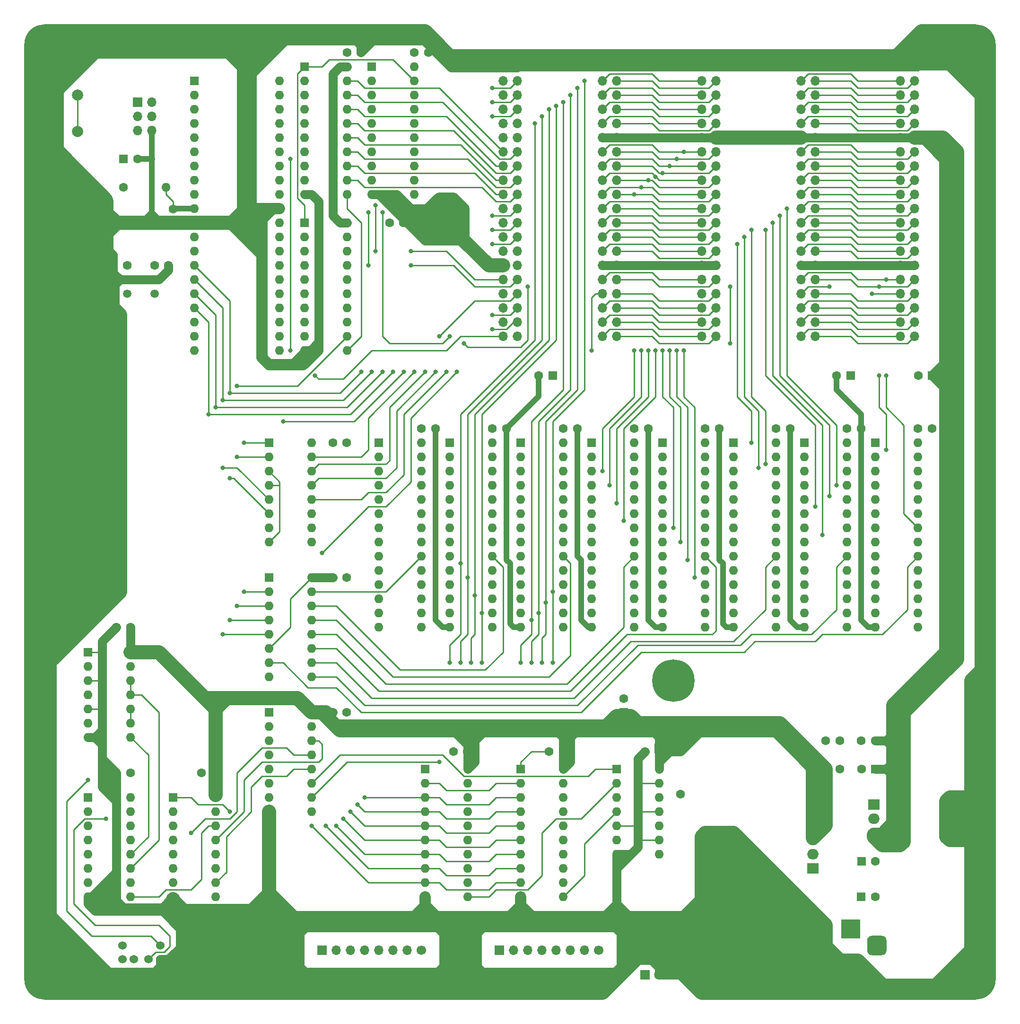
<source format=gbr>
%TF.GenerationSoftware,KiCad,Pcbnew,(5.1.10)-1*%
%TF.CreationDate,2021-10-04T17:48:38-06:00*%
%TF.ProjectId,retroboard,72657472-6f62-46f6-9172-642e6b696361,rev?*%
%TF.SameCoordinates,Original*%
%TF.FileFunction,Copper,L2,Bot*%
%TF.FilePolarity,Positive*%
%FSLAX46Y46*%
G04 Gerber Fmt 4.6, Leading zero omitted, Abs format (unit mm)*
G04 Created by KiCad (PCBNEW (5.1.10)-1) date 2021-10-04 17:48:38*
%MOMM*%
%LPD*%
G01*
G04 APERTURE LIST*
%TA.AperFunction,ComponentPad*%
%ADD10C,1.600000*%
%TD*%
%TA.AperFunction,ComponentPad*%
%ADD11O,1.600000X1.600000*%
%TD*%
%TA.AperFunction,ComponentPad*%
%ADD12C,1.800000*%
%TD*%
%TA.AperFunction,ComponentPad*%
%ADD13R,1.800000X1.800000*%
%TD*%
%TA.AperFunction,ComponentPad*%
%ADD14R,1.600000X1.600000*%
%TD*%
%TA.AperFunction,ComponentPad*%
%ADD15C,7.600000*%
%TD*%
%TA.AperFunction,ComponentPad*%
%ADD16C,1.700000*%
%TD*%
%TA.AperFunction,ComponentPad*%
%ADD17O,1.700000X1.700000*%
%TD*%
%TA.AperFunction,ComponentPad*%
%ADD18R,1.700000X1.700000*%
%TD*%
%TA.AperFunction,ComponentPad*%
%ADD19C,3.300000*%
%TD*%
%TA.AperFunction,ComponentPad*%
%ADD20C,1.524000*%
%TD*%
%TA.AperFunction,ComponentPad*%
%ADD21C,2.000000*%
%TD*%
%TA.AperFunction,ComponentPad*%
%ADD22C,1.500000*%
%TD*%
%TA.AperFunction,ComponentPad*%
%ADD23R,3.500000X3.500000*%
%TD*%
%TA.AperFunction,ComponentPad*%
%ADD24R,2.000000X1.905000*%
%TD*%
%TA.AperFunction,ComponentPad*%
%ADD25O,2.000000X1.905000*%
%TD*%
%TA.AperFunction,ViaPad*%
%ADD26C,0.800000*%
%TD*%
%TA.AperFunction,Conductor*%
%ADD27C,0.250000*%
%TD*%
%TA.AperFunction,Conductor*%
%ADD28C,1.600000*%
%TD*%
%TA.AperFunction,Conductor*%
%ADD29C,2.000000*%
%TD*%
%TA.AperFunction,Conductor*%
%ADD30C,1.000000*%
%TD*%
%TA.AperFunction,Conductor*%
%ADD31C,2.500000*%
%TD*%
%TA.AperFunction,Conductor*%
%ADD32C,4.000000*%
%TD*%
G04 APERTURE END LIST*
D10*
%TO.P,4.7k\u03A9,1*%
%TO.N,N/C*%
X474345000Y-320675000D03*
D11*
%TO.P,4.7k\u03A9,2*%
X474345000Y-313055000D03*
%TD*%
D12*
%TO.P,Power,2*%
%TO.N,N/C*%
X470535000Y-353060000D03*
D13*
%TO.P,Power,1*%
X467995000Y-353060000D03*
%TD*%
D14*
%TO.P,1uf,1*%
%TO.N,N/C*%
X519430000Y-245745000D03*
D10*
%TO.P,1uf,2*%
X516930000Y-245745000D03*
%TD*%
%TO.P,0.1uf,2*%
%TO.N,N/C*%
X429220000Y-187960000D03*
%TO.P,0.1uf,1*%
X426720000Y-187960000D03*
%TD*%
%TO.P,0.1uf,1*%
%TO.N,N/C*%
X414655000Y-187960000D03*
%TO.P,0.1uf,2*%
X417155000Y-187960000D03*
%TD*%
%TO.P,0.1uf,1*%
%TO.N,N/C*%
X422275000Y-218440000D03*
%TO.P,0.1uf,2*%
X424775000Y-218440000D03*
%TD*%
D14*
%TO.P,74573,1*%
%TO.N,N/C*%
X428625000Y-316230000D03*
D11*
%TO.P,74573,11*%
X436245000Y-339090000D03*
%TO.P,74573,2*%
X428625000Y-318770000D03*
%TO.P,74573,12*%
X436245000Y-336550000D03*
%TO.P,74573,3*%
X428625000Y-321310000D03*
%TO.P,74573,13*%
X436245000Y-334010000D03*
%TO.P,74573,4*%
X428625000Y-323850000D03*
%TO.P,74573,14*%
X436245000Y-331470000D03*
%TO.P,74573,5*%
X428625000Y-326390000D03*
%TO.P,74573,15*%
X436245000Y-328930000D03*
%TO.P,74573,6*%
X428625000Y-328930000D03*
%TO.P,74573,16*%
X436245000Y-326390000D03*
%TO.P,74573,7*%
X428625000Y-331470000D03*
%TO.P,74573,17*%
X436245000Y-323850000D03*
%TO.P,74573,8*%
X428625000Y-334010000D03*
%TO.P,74573,18*%
X436245000Y-321310000D03*
%TO.P,74573,9*%
X428625000Y-336550000D03*
%TO.P,74573,19*%
X436245000Y-318770000D03*
%TO.P,74573,10*%
X428625000Y-339090000D03*
%TO.P,74573,20*%
X436245000Y-316230000D03*
%TD*%
D14*
%TO.P,74573,1*%
%TO.N,N/C*%
X445770000Y-316230000D03*
D11*
%TO.P,74573,11*%
X453390000Y-339090000D03*
%TO.P,74573,2*%
X445770000Y-318770000D03*
%TO.P,74573,12*%
X453390000Y-336550000D03*
%TO.P,74573,3*%
X445770000Y-321310000D03*
%TO.P,74573,13*%
X453390000Y-334010000D03*
%TO.P,74573,4*%
X445770000Y-323850000D03*
%TO.P,74573,14*%
X453390000Y-331470000D03*
%TO.P,74573,5*%
X445770000Y-326390000D03*
%TO.P,74573,15*%
X453390000Y-328930000D03*
%TO.P,74573,6*%
X445770000Y-328930000D03*
%TO.P,74573,16*%
X453390000Y-326390000D03*
%TO.P,74573,7*%
X445770000Y-331470000D03*
%TO.P,74573,17*%
X453390000Y-323850000D03*
%TO.P,74573,8*%
X445770000Y-334010000D03*
%TO.P,74573,18*%
X453390000Y-321310000D03*
%TO.P,74573,9*%
X445770000Y-336550000D03*
%TO.P,74573,19*%
X453390000Y-318770000D03*
%TO.P,74573,10*%
X445770000Y-339090000D03*
%TO.P,74573,20*%
X453390000Y-316230000D03*
%TD*%
%TO.P,7404,14*%
%TO.N,N/C*%
X470535000Y-316230000D03*
%TO.P,7404,7*%
X462915000Y-331470000D03*
%TO.P,7404,13*%
X470535000Y-318770000D03*
%TO.P,7404,6*%
X462915000Y-328930000D03*
%TO.P,7404,12*%
X470535000Y-321310000D03*
%TO.P,7404,5*%
X462915000Y-326390000D03*
%TO.P,7404,11*%
X470535000Y-323850000D03*
%TO.P,7404,4*%
X462915000Y-323850000D03*
%TO.P,7404,10*%
X470535000Y-326390000D03*
%TO.P,7404,3*%
X462915000Y-321310000D03*
%TO.P,7404,9*%
X470535000Y-328930000D03*
%TO.P,7404,2*%
X462915000Y-318770000D03*
%TO.P,7404,8*%
X470535000Y-331470000D03*
D14*
%TO.P,7404,1*%
X462915000Y-316230000D03*
%TD*%
D10*
%TO.P,20pf,1*%
%TO.N,N/C*%
X382687200Y-226060000D03*
%TO.P,20pf,2*%
X380187200Y-226060000D03*
%TD*%
D15*
%TO.P, ,1*%
%TO.N,N/C*%
X432435000Y-217170000D03*
%TD*%
%TO.P, ,1*%
%TO.N,N/C*%
X473075000Y-300355000D03*
%TD*%
D10*
%TO.P,1uf,2*%
%TO.N,N/C*%
X502325000Y-245745000D03*
D14*
%TO.P,1uf,1*%
X504825000Y-245745000D03*
%TD*%
D10*
%TO.P,0.1uf,1*%
%TO.N,N/C*%
X383540000Y-218440000D03*
%TO.P,0.1uf,2*%
X383540000Y-215940000D03*
%TD*%
%TO.P,0.1uf,2*%
%TO.N,N/C*%
X470495000Y-313055000D03*
%TO.P,0.1uf,1*%
X467995000Y-313055000D03*
%TD*%
D16*
%TO.P, ,8*%
%TO.N,N/C*%
X459740000Y-348615000D03*
D17*
%TO.P, ,7*%
X457200000Y-348615000D03*
%TO.P, ,6*%
X454660000Y-348615000D03*
%TO.P, ,5*%
X452120000Y-348615000D03*
%TO.P, ,4*%
X449580000Y-348615000D03*
%TO.P, ,3*%
X447040000Y-348615000D03*
%TO.P, ,2*%
X444500000Y-348615000D03*
D18*
%TO.P, ,1*%
X441960000Y-348615000D03*
%TD*%
%TO.P, ,1*%
%TO.N,N/C*%
X410210000Y-348615000D03*
D17*
%TO.P, ,2*%
X412750000Y-348615000D03*
%TO.P, ,3*%
X415290000Y-348615000D03*
%TO.P, ,4*%
X417830000Y-348615000D03*
%TO.P, ,5*%
X420370000Y-348615000D03*
%TO.P, ,6*%
X422910000Y-348615000D03*
%TO.P, ,7*%
X425450000Y-348615000D03*
D16*
%TO.P, ,8*%
X427990000Y-348615000D03*
%TD*%
D10*
%TO.P,1uf,2*%
%TO.N,N/C*%
X464185000Y-303570000D03*
D14*
%TO.P,1uf,1*%
X464185000Y-306070000D03*
%TD*%
%TO.P,1uf,1*%
%TO.N,N/C*%
X451485000Y-245745000D03*
D10*
%TO.P,1uf,2*%
X448985000Y-245745000D03*
%TD*%
%TO.P,0.1uf,1*%
%TO.N,N/C*%
X412115000Y-306070000D03*
%TO.P,0.1uf,2*%
X414615000Y-306070000D03*
%TD*%
%TO.P,0.1uf,2*%
%TO.N,N/C*%
X414615000Y-257810000D03*
%TO.P,0.1uf,1*%
X412115000Y-257810000D03*
%TD*%
%TO.P,0.1uf,2*%
%TO.N,N/C*%
X414615000Y-281940000D03*
%TO.P,0.1uf,1*%
X412115000Y-281940000D03*
%TD*%
%TO.P,0.1uf,2*%
%TO.N,N/C*%
X391120000Y-316865000D03*
%TO.P,0.1uf,1*%
X388620000Y-316865000D03*
%TD*%
%TO.P,0.1uf,1*%
%TO.N,N/C*%
X450850000Y-313055000D03*
%TO.P,0.1uf,2*%
X453350000Y-313055000D03*
%TD*%
%TO.P,0.1uf,1*%
%TO.N,N/C*%
X433705000Y-313055000D03*
%TO.P,0.1uf,2*%
X436205000Y-313055000D03*
%TD*%
%TO.P,0.1uf,1*%
%TO.N,N/C*%
X373380000Y-316865000D03*
%TO.P,0.1uf,2*%
X375880000Y-316865000D03*
%TD*%
D11*
%TO.P,74595,16*%
%TO.N,N/C*%
X375920000Y-321310000D03*
%TO.P,74595,8*%
X368300000Y-339090000D03*
%TO.P,74595,15*%
X375920000Y-323850000D03*
%TO.P,74595,7*%
X368300000Y-336550000D03*
%TO.P,74595,14*%
X375920000Y-326390000D03*
%TO.P,74595,6*%
X368300000Y-334010000D03*
%TO.P,74595,13*%
X375920000Y-328930000D03*
%TO.P,74595,5*%
X368300000Y-331470000D03*
%TO.P,74595,12*%
X375920000Y-331470000D03*
%TO.P,74595,4*%
X368300000Y-328930000D03*
%TO.P,74595,11*%
X375920000Y-334010000D03*
%TO.P,74595,3*%
X368300000Y-326390000D03*
%TO.P,74595,10*%
X375920000Y-336550000D03*
%TO.P,74595,2*%
X368300000Y-323850000D03*
%TO.P,74595,9*%
X375920000Y-339090000D03*
D14*
%TO.P,74595,1*%
X368300000Y-321310000D03*
%TD*%
D10*
%TO.P,0.1uf,2*%
%TO.N,N/C*%
X375880000Y-290830000D03*
%TO.P,0.1uf,1*%
X373380000Y-290830000D03*
%TD*%
D14*
%TO.P,74138,1*%
%TO.N,N/C*%
X400685000Y-306070000D03*
D11*
%TO.P,74138,9*%
X408305000Y-323850000D03*
%TO.P,74138,2*%
X400685000Y-308610000D03*
%TO.P,74138,10*%
X408305000Y-321310000D03*
%TO.P,74138,3*%
X400685000Y-311150000D03*
%TO.P,74138,11*%
X408305000Y-318770000D03*
%TO.P,74138,4*%
X400685000Y-313690000D03*
%TO.P,74138,12*%
X408305000Y-316230000D03*
%TO.P,74138,5*%
X400685000Y-316230000D03*
%TO.P,74138,13*%
X408305000Y-313690000D03*
%TO.P,74138,6*%
X400685000Y-318770000D03*
%TO.P,74138,14*%
X408305000Y-311150000D03*
%TO.P,74138,7*%
X400685000Y-321310000D03*
%TO.P,74138,15*%
X408305000Y-308610000D03*
%TO.P,74138,8*%
X400685000Y-323850000D03*
%TO.P,74138,16*%
X408305000Y-306070000D03*
%TD*%
D19*
%TO.P,PS/2,7*%
%TO.N,N/C*%
X384575000Y-353275000D03*
X371075000Y-353275000D03*
D20*
%TO.P,PS/2,4*%
X374425000Y-350275000D03*
%TO.P,PS/2,6*%
X374425000Y-347775000D03*
%TO.P,PS/2,3*%
X381225000Y-350275000D03*
%TO.P,PS/2,5*%
X381225000Y-347775000D03*
%TO.P,PS/2,2*%
X376525000Y-350275000D03*
%TO.P,PS/2,1*%
X379125000Y-350275000D03*
D19*
%TO.P,PS/2,7*%
X377825000Y-354075000D03*
%TD*%
D11*
%TO.P,74595,16*%
%TO.N,N/C*%
X391160000Y-321310000D03*
%TO.P,74595,8*%
X383540000Y-339090000D03*
%TO.P,74595,15*%
X391160000Y-323850000D03*
%TO.P,74595,7*%
X383540000Y-336550000D03*
%TO.P,74595,14*%
X391160000Y-326390000D03*
%TO.P,74595,6*%
X383540000Y-334010000D03*
%TO.P,74595,13*%
X391160000Y-328930000D03*
%TO.P,74595,5*%
X383540000Y-331470000D03*
%TO.P,74595,12*%
X391160000Y-331470000D03*
%TO.P,74595,4*%
X383540000Y-328930000D03*
%TO.P,74595,11*%
X391160000Y-334010000D03*
%TO.P,74595,3*%
X383540000Y-326390000D03*
%TO.P,74595,10*%
X391160000Y-336550000D03*
%TO.P,74595,2*%
X383540000Y-323850000D03*
%TO.P,74595,9*%
X391160000Y-339090000D03*
D14*
%TO.P,74595,1*%
X383540000Y-321310000D03*
%TD*%
D11*
%TO.P,7404,14*%
%TO.N,N/C*%
X375920000Y-295275000D03*
%TO.P,7404,7*%
X368300000Y-310515000D03*
%TO.P,7404,13*%
X375920000Y-297815000D03*
%TO.P,7404,6*%
X368300000Y-307975000D03*
%TO.P,7404,12*%
X375920000Y-300355000D03*
%TO.P,7404,5*%
X368300000Y-305435000D03*
%TO.P,7404,11*%
X375920000Y-302895000D03*
%TO.P,7404,4*%
X368300000Y-302895000D03*
%TO.P,7404,10*%
X375920000Y-305435000D03*
%TO.P,7404,3*%
X368300000Y-300355000D03*
%TO.P,7404,9*%
X375920000Y-307975000D03*
%TO.P,7404,2*%
X368300000Y-297815000D03*
%TO.P,7404,8*%
X375920000Y-310515000D03*
D14*
%TO.P,7404,1*%
X368300000Y-295275000D03*
%TD*%
D11*
%TO.P,74138,16*%
%TO.N,N/C*%
X408305000Y-281940000D03*
%TO.P,74138,8*%
X400685000Y-299720000D03*
%TO.P,74138,15*%
X408305000Y-284480000D03*
%TO.P,74138,7*%
X400685000Y-297180000D03*
%TO.P,74138,14*%
X408305000Y-287020000D03*
%TO.P,74138,6*%
X400685000Y-294640000D03*
%TO.P,74138,13*%
X408305000Y-289560000D03*
%TO.P,74138,5*%
X400685000Y-292100000D03*
%TO.P,74138,12*%
X408305000Y-292100000D03*
%TO.P,74138,4*%
X400685000Y-289560000D03*
%TO.P,74138,11*%
X408305000Y-294640000D03*
%TO.P,74138,3*%
X400685000Y-287020000D03*
%TO.P,74138,10*%
X408305000Y-297180000D03*
%TO.P,74138,2*%
X400685000Y-284480000D03*
%TO.P,74138,9*%
X408305000Y-299720000D03*
D14*
%TO.P,74138,1*%
X400685000Y-281940000D03*
%TD*%
%TO.P,4.7uf,1*%
%TO.N,N/C*%
X374650000Y-207010000D03*
D10*
%TO.P,4.7uf,2*%
X377150000Y-207010000D03*
%TD*%
D11*
%TO.P,10k\u03A9,2*%
%TO.N,N/C*%
X382270000Y-212090000D03*
D10*
%TO.P,10k\u03A9,1*%
X374650000Y-212090000D03*
%TD*%
%TO.P,0.1uf,2*%
%TO.N,N/C*%
X430490000Y-255270000D03*
%TO.P,0.1uf,1*%
X427990000Y-255270000D03*
%TD*%
%TO.P,0.1uf,2*%
%TO.N,N/C*%
X443190000Y-255270000D03*
%TO.P,0.1uf,1*%
X440690000Y-255270000D03*
%TD*%
%TO.P,0.1uf,2*%
%TO.N,N/C*%
X455890000Y-255270000D03*
%TO.P,0.1uf,1*%
X453390000Y-255270000D03*
%TD*%
%TO.P,0.1uf,2*%
%TO.N,N/C*%
X468590000Y-255270000D03*
%TO.P,0.1uf,1*%
X466090000Y-255270000D03*
%TD*%
%TO.P,0.1uf,2*%
%TO.N,N/C*%
X481290000Y-255270000D03*
%TO.P,0.1uf,1*%
X478790000Y-255270000D03*
%TD*%
%TO.P,0.1uf,2*%
%TO.N,N/C*%
X493990000Y-255270000D03*
%TO.P,0.1uf,1*%
X491490000Y-255270000D03*
%TD*%
%TO.P,0.1uf,2*%
%TO.N,N/C*%
X506690000Y-255270000D03*
%TO.P,0.1uf,1*%
X504190000Y-255270000D03*
%TD*%
%TO.P,0.1uf,2*%
%TO.N,N/C*%
X509230000Y-311150000D03*
%TO.P,0.1uf,1*%
X506730000Y-311150000D03*
%TD*%
%TO.P,0.1uf,1*%
%TO.N,N/C*%
X500380000Y-311150000D03*
%TO.P,0.1uf,2*%
X502880000Y-311150000D03*
%TD*%
%TO.P,1uf,2*%
%TO.N,N/C*%
X506770000Y-316230000D03*
D14*
%TO.P,1uf,1*%
X509270000Y-316230000D03*
%TD*%
%TO.P,10uf,1*%
%TO.N,N/C*%
X506730000Y-339090000D03*
D10*
%TO.P,10uf,2*%
X509230000Y-339090000D03*
%TD*%
%TO.P,1uf,2*%
%TO.N,N/C*%
X502880000Y-316230000D03*
D14*
%TO.P,1uf,1*%
X500380000Y-316230000D03*
%TD*%
D10*
%TO.P,10uf,2*%
%TO.N,N/C*%
X509270000Y-332740000D03*
D14*
%TO.P,10uf,1*%
X506770000Y-332740000D03*
%TD*%
D17*
%TO.P,ISP,6*%
%TO.N,N/C*%
X379730000Y-201930000D03*
%TO.P,ISP,5*%
X377190000Y-201930000D03*
%TO.P,ISP,4*%
X379730000Y-199390000D03*
%TO.P,ISP,3*%
X377190000Y-199390000D03*
%TO.P,ISP,2*%
X379730000Y-196850000D03*
D18*
%TO.P,ISP,1*%
X377190000Y-196850000D03*
%TD*%
D14*
%TO.P,74138,1*%
%TO.N,N/C*%
X400685000Y-257810000D03*
D11*
%TO.P,74138,9*%
X408305000Y-275590000D03*
%TO.P,74138,2*%
X400685000Y-260350000D03*
%TO.P,74138,10*%
X408305000Y-273050000D03*
%TO.P,74138,3*%
X400685000Y-262890000D03*
%TO.P,74138,11*%
X408305000Y-270510000D03*
%TO.P,74138,4*%
X400685000Y-265430000D03*
%TO.P,74138,12*%
X408305000Y-267970000D03*
%TO.P,74138,5*%
X400685000Y-267970000D03*
%TO.P,74138,13*%
X408305000Y-265430000D03*
%TO.P,74138,6*%
X400685000Y-270510000D03*
%TO.P,74138,14*%
X408305000Y-262890000D03*
%TO.P,74138,7*%
X400685000Y-273050000D03*
%TO.P,74138,15*%
X408305000Y-260350000D03*
%TO.P,74138,8*%
X400685000Y-275590000D03*
%TO.P,74138,16*%
X408305000Y-257810000D03*
%TD*%
D21*
%TO.P,Reset,2*%
%TO.N,N/C*%
X361895000Y-195580000D03*
%TO.P,Reset,1*%
X366395000Y-195580000D03*
%TO.P,Reset,2*%
X361895000Y-202080000D03*
%TO.P,Reset,1*%
X366395000Y-202080000D03*
%TD*%
D22*
%TO.P,Osc,2*%
%TO.N,N/C*%
X380185000Y-231140000D03*
%TO.P,Osc,1*%
X375285000Y-231140000D03*
%TD*%
D10*
%TO.P,20pf,2*%
%TO.N,N/C*%
X372785000Y-226060000D03*
%TO.P,20pf,1*%
X375285000Y-226060000D03*
%TD*%
%TO.P,0.1uf,1*%
%TO.N,N/C*%
X516890000Y-255270000D03*
%TO.P,0.1uf,2*%
X519390000Y-255270000D03*
%TD*%
%TO.P,12V DC,3*%
%TO.N,N/C*%
%TA.AperFunction,ComponentPad*%
G36*
G01*
X510400000Y-349555000D02*
X508650000Y-349555000D01*
G75*
G02*
X507775000Y-348680000I0J875000D01*
G01*
X507775000Y-346930000D01*
G75*
G02*
X508650000Y-346055000I875000J0D01*
G01*
X510400000Y-346055000D01*
G75*
G02*
X511275000Y-346930000I0J-875000D01*
G01*
X511275000Y-348680000D01*
G75*
G02*
X510400000Y-349555000I-875000J0D01*
G01*
G37*
%TD.AperFunction*%
%TO.P,12V DC,2*%
%TA.AperFunction,ComponentPad*%
G36*
G01*
X505825000Y-352305000D02*
X503825000Y-352305000D01*
G75*
G02*
X503075000Y-351555000I0J750000D01*
G01*
X503075000Y-350055000D01*
G75*
G02*
X503825000Y-349305000I750000J0D01*
G01*
X505825000Y-349305000D01*
G75*
G02*
X506575000Y-350055000I0J-750000D01*
G01*
X506575000Y-351555000D01*
G75*
G02*
X505825000Y-352305000I-750000J0D01*
G01*
G37*
%TD.AperFunction*%
D23*
%TO.P,12V DC,1*%
X504825000Y-344805000D03*
%TD*%
D24*
%TO.P,7805,1*%
%TO.N,N/C*%
X498094000Y-334010000D03*
D25*
%TO.P,7805,2*%
X498094000Y-331470000D03*
%TO.P,7805,3*%
X498094000Y-328930000D03*
%TD*%
%TO.P,7805,3*%
%TO.N,N/C*%
X509016000Y-327660000D03*
%TO.P,7805,2*%
X509016000Y-325120000D03*
D24*
%TO.P,7805,1*%
X509016000Y-322580000D03*
%TD*%
D14*
%TO.P,RAM2,1*%
%TO.N,N/C*%
X445770000Y-257810000D03*
D11*
%TO.P,RAM2,15*%
X453390000Y-290830000D03*
%TO.P,RAM2,2*%
X445770000Y-260350000D03*
%TO.P,RAM2,16*%
X453390000Y-288290000D03*
%TO.P,RAM2,3*%
X445770000Y-262890000D03*
%TO.P,RAM2,17*%
X453390000Y-285750000D03*
%TO.P,RAM2,4*%
X445770000Y-265430000D03*
%TO.P,RAM2,18*%
X453390000Y-283210000D03*
%TO.P,RAM2,5*%
X445770000Y-267970000D03*
%TO.P,RAM2,19*%
X453390000Y-280670000D03*
%TO.P,RAM2,6*%
X445770000Y-270510000D03*
%TO.P,RAM2,20*%
X453390000Y-278130000D03*
%TO.P,RAM2,7*%
X445770000Y-273050000D03*
%TO.P,RAM2,21*%
X453390000Y-275590000D03*
%TO.P,RAM2,8*%
X445770000Y-275590000D03*
%TO.P,RAM2,22*%
X453390000Y-273050000D03*
%TO.P,RAM2,9*%
X445770000Y-278130000D03*
%TO.P,RAM2,23*%
X453390000Y-270510000D03*
%TO.P,RAM2,10*%
X445770000Y-280670000D03*
%TO.P,RAM2,24*%
X453390000Y-267970000D03*
%TO.P,RAM2,11*%
X445770000Y-283210000D03*
%TO.P,RAM2,25*%
X453390000Y-265430000D03*
%TO.P,RAM2,12*%
X445770000Y-285750000D03*
%TO.P,RAM2,26*%
X453390000Y-262890000D03*
%TO.P,RAM2,13*%
X445770000Y-288290000D03*
%TO.P,RAM2,27*%
X453390000Y-260350000D03*
%TO.P,RAM2,14*%
X445770000Y-290830000D03*
%TO.P,RAM2,28*%
X453390000Y-257810000D03*
%TD*%
D14*
%TO.P,RAM1,1*%
%TO.N,N/C*%
X433070000Y-257810000D03*
D11*
%TO.P,RAM1,15*%
X440690000Y-290830000D03*
%TO.P,RAM1,2*%
X433070000Y-260350000D03*
%TO.P,RAM1,16*%
X440690000Y-288290000D03*
%TO.P,RAM1,3*%
X433070000Y-262890000D03*
%TO.P,RAM1,17*%
X440690000Y-285750000D03*
%TO.P,RAM1,4*%
X433070000Y-265430000D03*
%TO.P,RAM1,18*%
X440690000Y-283210000D03*
%TO.P,RAM1,5*%
X433070000Y-267970000D03*
%TO.P,RAM1,19*%
X440690000Y-280670000D03*
%TO.P,RAM1,6*%
X433070000Y-270510000D03*
%TO.P,RAM1,20*%
X440690000Y-278130000D03*
%TO.P,RAM1,7*%
X433070000Y-273050000D03*
%TO.P,RAM1,21*%
X440690000Y-275590000D03*
%TO.P,RAM1,8*%
X433070000Y-275590000D03*
%TO.P,RAM1,22*%
X440690000Y-273050000D03*
%TO.P,RAM1,9*%
X433070000Y-278130000D03*
%TO.P,RAM1,23*%
X440690000Y-270510000D03*
%TO.P,RAM1,10*%
X433070000Y-280670000D03*
%TO.P,RAM1,24*%
X440690000Y-267970000D03*
%TO.P,RAM1,11*%
X433070000Y-283210000D03*
%TO.P,RAM1,25*%
X440690000Y-265430000D03*
%TO.P,RAM1,12*%
X433070000Y-285750000D03*
%TO.P,RAM1,26*%
X440690000Y-262890000D03*
%TO.P,RAM1,13*%
X433070000Y-288290000D03*
%TO.P,RAM1,27*%
X440690000Y-260350000D03*
%TO.P,RAM1,14*%
X433070000Y-290830000D03*
%TO.P,RAM1,28*%
X440690000Y-257810000D03*
%TD*%
%TO.P,RAM0,28*%
%TO.N,N/C*%
X427990000Y-257810000D03*
%TO.P,RAM0,14*%
X420370000Y-290830000D03*
%TO.P,RAM0,27*%
X427990000Y-260350000D03*
%TO.P,RAM0,13*%
X420370000Y-288290000D03*
%TO.P,RAM0,26*%
X427990000Y-262890000D03*
%TO.P,RAM0,12*%
X420370000Y-285750000D03*
%TO.P,RAM0,25*%
X427990000Y-265430000D03*
%TO.P,RAM0,11*%
X420370000Y-283210000D03*
%TO.P,RAM0,24*%
X427990000Y-267970000D03*
%TO.P,RAM0,10*%
X420370000Y-280670000D03*
%TO.P,RAM0,23*%
X427990000Y-270510000D03*
%TO.P,RAM0,9*%
X420370000Y-278130000D03*
%TO.P,RAM0,22*%
X427990000Y-273050000D03*
%TO.P,RAM0,8*%
X420370000Y-275590000D03*
%TO.P,RAM0,21*%
X427990000Y-275590000D03*
%TO.P,RAM0,7*%
X420370000Y-273050000D03*
%TO.P,RAM0,20*%
X427990000Y-278130000D03*
%TO.P,RAM0,6*%
X420370000Y-270510000D03*
%TO.P,RAM0,19*%
X427990000Y-280670000D03*
%TO.P,RAM0,5*%
X420370000Y-267970000D03*
%TO.P,RAM0,18*%
X427990000Y-283210000D03*
%TO.P,RAM0,4*%
X420370000Y-265430000D03*
%TO.P,RAM0,17*%
X427990000Y-285750000D03*
%TO.P,RAM0,3*%
X420370000Y-262890000D03*
%TO.P,RAM0,16*%
X427990000Y-288290000D03*
%TO.P,RAM0,2*%
X420370000Y-260350000D03*
%TO.P,RAM0,15*%
X427990000Y-290830000D03*
D14*
%TO.P,RAM0,1*%
X420370000Y-257810000D03*
%TD*%
%TO.P,RAM7,1*%
%TO.N,N/C*%
X509270000Y-257810000D03*
D11*
%TO.P,RAM7,15*%
X516890000Y-290830000D03*
%TO.P,RAM7,2*%
X509270000Y-260350000D03*
%TO.P,RAM7,16*%
X516890000Y-288290000D03*
%TO.P,RAM7,3*%
X509270000Y-262890000D03*
%TO.P,RAM7,17*%
X516890000Y-285750000D03*
%TO.P,RAM7,4*%
X509270000Y-265430000D03*
%TO.P,RAM7,18*%
X516890000Y-283210000D03*
%TO.P,RAM7,5*%
X509270000Y-267970000D03*
%TO.P,RAM7,19*%
X516890000Y-280670000D03*
%TO.P,RAM7,6*%
X509270000Y-270510000D03*
%TO.P,RAM7,20*%
X516890000Y-278130000D03*
%TO.P,RAM7,7*%
X509270000Y-273050000D03*
%TO.P,RAM7,21*%
X516890000Y-275590000D03*
%TO.P,RAM7,8*%
X509270000Y-275590000D03*
%TO.P,RAM7,22*%
X516890000Y-273050000D03*
%TO.P,RAM7,9*%
X509270000Y-278130000D03*
%TO.P,RAM7,23*%
X516890000Y-270510000D03*
%TO.P,RAM7,10*%
X509270000Y-280670000D03*
%TO.P,RAM7,24*%
X516890000Y-267970000D03*
%TO.P,RAM7,11*%
X509270000Y-283210000D03*
%TO.P,RAM7,25*%
X516890000Y-265430000D03*
%TO.P,RAM7,12*%
X509270000Y-285750000D03*
%TO.P,RAM7,26*%
X516890000Y-262890000D03*
%TO.P,RAM7,13*%
X509270000Y-288290000D03*
%TO.P,RAM7,27*%
X516890000Y-260350000D03*
%TO.P,RAM7,14*%
X509270000Y-290830000D03*
%TO.P,RAM7,28*%
X516890000Y-257810000D03*
%TD*%
D14*
%TO.P,RAM6,1*%
%TO.N,N/C*%
X496570000Y-257810000D03*
D11*
%TO.P,RAM6,15*%
X504190000Y-290830000D03*
%TO.P,RAM6,2*%
X496570000Y-260350000D03*
%TO.P,RAM6,16*%
X504190000Y-288290000D03*
%TO.P,RAM6,3*%
X496570000Y-262890000D03*
%TO.P,RAM6,17*%
X504190000Y-285750000D03*
%TO.P,RAM6,4*%
X496570000Y-265430000D03*
%TO.P,RAM6,18*%
X504190000Y-283210000D03*
%TO.P,RAM6,5*%
X496570000Y-267970000D03*
%TO.P,RAM6,19*%
X504190000Y-280670000D03*
%TO.P,RAM6,6*%
X496570000Y-270510000D03*
%TO.P,RAM6,20*%
X504190000Y-278130000D03*
%TO.P,RAM6,7*%
X496570000Y-273050000D03*
%TO.P,RAM6,21*%
X504190000Y-275590000D03*
%TO.P,RAM6,8*%
X496570000Y-275590000D03*
%TO.P,RAM6,22*%
X504190000Y-273050000D03*
%TO.P,RAM6,9*%
X496570000Y-278130000D03*
%TO.P,RAM6,23*%
X504190000Y-270510000D03*
%TO.P,RAM6,10*%
X496570000Y-280670000D03*
%TO.P,RAM6,24*%
X504190000Y-267970000D03*
%TO.P,RAM6,11*%
X496570000Y-283210000D03*
%TO.P,RAM6,25*%
X504190000Y-265430000D03*
%TO.P,RAM6,12*%
X496570000Y-285750000D03*
%TO.P,RAM6,26*%
X504190000Y-262890000D03*
%TO.P,RAM6,13*%
X496570000Y-288290000D03*
%TO.P,RAM6,27*%
X504190000Y-260350000D03*
%TO.P,RAM6,14*%
X496570000Y-290830000D03*
%TO.P,RAM6,28*%
X504190000Y-257810000D03*
%TD*%
D14*
%TO.P,RAM5,1*%
%TO.N,N/C*%
X483870000Y-257810000D03*
D11*
%TO.P,RAM5,15*%
X491490000Y-290830000D03*
%TO.P,RAM5,2*%
X483870000Y-260350000D03*
%TO.P,RAM5,16*%
X491490000Y-288290000D03*
%TO.P,RAM5,3*%
X483870000Y-262890000D03*
%TO.P,RAM5,17*%
X491490000Y-285750000D03*
%TO.P,RAM5,4*%
X483870000Y-265430000D03*
%TO.P,RAM5,18*%
X491490000Y-283210000D03*
%TO.P,RAM5,5*%
X483870000Y-267970000D03*
%TO.P,RAM5,19*%
X491490000Y-280670000D03*
%TO.P,RAM5,6*%
X483870000Y-270510000D03*
%TO.P,RAM5,20*%
X491490000Y-278130000D03*
%TO.P,RAM5,7*%
X483870000Y-273050000D03*
%TO.P,RAM5,21*%
X491490000Y-275590000D03*
%TO.P,RAM5,8*%
X483870000Y-275590000D03*
%TO.P,RAM5,22*%
X491490000Y-273050000D03*
%TO.P,RAM5,9*%
X483870000Y-278130000D03*
%TO.P,RAM5,23*%
X491490000Y-270510000D03*
%TO.P,RAM5,10*%
X483870000Y-280670000D03*
%TO.P,RAM5,24*%
X491490000Y-267970000D03*
%TO.P,RAM5,11*%
X483870000Y-283210000D03*
%TO.P,RAM5,25*%
X491490000Y-265430000D03*
%TO.P,RAM5,12*%
X483870000Y-285750000D03*
%TO.P,RAM5,26*%
X491490000Y-262890000D03*
%TO.P,RAM5,13*%
X483870000Y-288290000D03*
%TO.P,RAM5,27*%
X491490000Y-260350000D03*
%TO.P,RAM5,14*%
X483870000Y-290830000D03*
%TO.P,RAM5,28*%
X491490000Y-257810000D03*
%TD*%
D14*
%TO.P,RAM4,1*%
%TO.N,N/C*%
X471170000Y-257810000D03*
D11*
%TO.P,RAM4,15*%
X478790000Y-290830000D03*
%TO.P,RAM4,2*%
X471170000Y-260350000D03*
%TO.P,RAM4,16*%
X478790000Y-288290000D03*
%TO.P,RAM4,3*%
X471170000Y-262890000D03*
%TO.P,RAM4,17*%
X478790000Y-285750000D03*
%TO.P,RAM4,4*%
X471170000Y-265430000D03*
%TO.P,RAM4,18*%
X478790000Y-283210000D03*
%TO.P,RAM4,5*%
X471170000Y-267970000D03*
%TO.P,RAM4,19*%
X478790000Y-280670000D03*
%TO.P,RAM4,6*%
X471170000Y-270510000D03*
%TO.P,RAM4,20*%
X478790000Y-278130000D03*
%TO.P,RAM4,7*%
X471170000Y-273050000D03*
%TO.P,RAM4,21*%
X478790000Y-275590000D03*
%TO.P,RAM4,8*%
X471170000Y-275590000D03*
%TO.P,RAM4,22*%
X478790000Y-273050000D03*
%TO.P,RAM4,9*%
X471170000Y-278130000D03*
%TO.P,RAM4,23*%
X478790000Y-270510000D03*
%TO.P,RAM4,10*%
X471170000Y-280670000D03*
%TO.P,RAM4,24*%
X478790000Y-267970000D03*
%TO.P,RAM4,11*%
X471170000Y-283210000D03*
%TO.P,RAM4,25*%
X478790000Y-265430000D03*
%TO.P,RAM4,12*%
X471170000Y-285750000D03*
%TO.P,RAM4,26*%
X478790000Y-262890000D03*
%TO.P,RAM4,13*%
X471170000Y-288290000D03*
%TO.P,RAM4,27*%
X478790000Y-260350000D03*
%TO.P,RAM4,14*%
X471170000Y-290830000D03*
%TO.P,RAM4,28*%
X478790000Y-257810000D03*
%TD*%
D14*
%TO.P,RAM3,1*%
%TO.N,N/C*%
X458470000Y-257810000D03*
D11*
%TO.P,RAM3,15*%
X466090000Y-290830000D03*
%TO.P,RAM3,2*%
X458470000Y-260350000D03*
%TO.P,RAM3,16*%
X466090000Y-288290000D03*
%TO.P,RAM3,3*%
X458470000Y-262890000D03*
%TO.P,RAM3,17*%
X466090000Y-285750000D03*
%TO.P,RAM3,4*%
X458470000Y-265430000D03*
%TO.P,RAM3,18*%
X466090000Y-283210000D03*
%TO.P,RAM3,5*%
X458470000Y-267970000D03*
%TO.P,RAM3,19*%
X466090000Y-280670000D03*
%TO.P,RAM3,6*%
X458470000Y-270510000D03*
%TO.P,RAM3,20*%
X466090000Y-278130000D03*
%TO.P,RAM3,7*%
X458470000Y-273050000D03*
%TO.P,RAM3,21*%
X466090000Y-275590000D03*
%TO.P,RAM3,8*%
X458470000Y-275590000D03*
%TO.P,RAM3,22*%
X466090000Y-273050000D03*
%TO.P,RAM3,9*%
X458470000Y-278130000D03*
%TO.P,RAM3,23*%
X466090000Y-270510000D03*
%TO.P,RAM3,10*%
X458470000Y-280670000D03*
%TO.P,RAM3,24*%
X466090000Y-267970000D03*
%TO.P,RAM3,11*%
X458470000Y-283210000D03*
%TO.P,RAM3,25*%
X466090000Y-265430000D03*
%TO.P,RAM3,12*%
X458470000Y-285750000D03*
%TO.P,RAM3,26*%
X466090000Y-262890000D03*
%TO.P,RAM3,13*%
X458470000Y-288290000D03*
%TO.P,RAM3,27*%
X466090000Y-260350000D03*
%TO.P,RAM3,14*%
X458470000Y-290830000D03*
%TO.P,RAM3,28*%
X466090000Y-257810000D03*
%TD*%
%TO.P,74573,20*%
%TO.N,N/C*%
X414655000Y-190500000D03*
%TO.P,74573,10*%
X407035000Y-213360000D03*
%TO.P,74573,19*%
X414655000Y-193040000D03*
%TO.P,74573,9*%
X407035000Y-210820000D03*
%TO.P,74573,18*%
X414655000Y-195580000D03*
%TO.P,74573,8*%
X407035000Y-208280000D03*
%TO.P,74573,17*%
X414655000Y-198120000D03*
%TO.P,74573,7*%
X407035000Y-205740000D03*
%TO.P,74573,16*%
X414655000Y-200660000D03*
%TO.P,74573,6*%
X407035000Y-203200000D03*
%TO.P,74573,15*%
X414655000Y-203200000D03*
%TO.P,74573,5*%
X407035000Y-200660000D03*
%TO.P,74573,14*%
X414655000Y-205740000D03*
%TO.P,74573,4*%
X407035000Y-198120000D03*
%TO.P,74573,13*%
X414655000Y-208280000D03*
%TO.P,74573,3*%
X407035000Y-195580000D03*
%TO.P,74573,12*%
X414655000Y-210820000D03*
%TO.P,74573,2*%
X407035000Y-193040000D03*
%TO.P,74573,11*%
X414655000Y-213360000D03*
D14*
%TO.P,74573,1*%
X407035000Y-190500000D03*
%TD*%
D17*
%TO.P,Slot 1,40*%
%TO.N,N/C*%
X442595000Y-238760000D03*
%TO.P,Slot 1,39*%
X445135000Y-238760000D03*
%TO.P,Slot 1,38*%
X442595000Y-236220000D03*
%TO.P,Slot 1,37*%
X445135000Y-236220000D03*
%TO.P,Slot 1,36*%
X442595000Y-233680000D03*
%TO.P,Slot 1,35*%
X445135000Y-233680000D03*
%TO.P,Slot 1,34*%
X442595000Y-231140000D03*
%TO.P,Slot 1,33*%
X445135000Y-231140000D03*
%TO.P,Slot 1,32*%
X442595000Y-228600000D03*
%TO.P,Slot 1,31*%
X445135000Y-228600000D03*
%TO.P,Slot 1,30*%
X442595000Y-226060000D03*
%TO.P,Slot 1,29*%
X445135000Y-226060000D03*
%TO.P,Slot 1,28*%
X442595000Y-223520000D03*
%TO.P,Slot 1,27*%
X445135000Y-223520000D03*
%TO.P,Slot 1,26*%
X442595000Y-220980000D03*
%TO.P,Slot 1,25*%
X445135000Y-220980000D03*
%TO.P,Slot 1,24*%
X442595000Y-218440000D03*
%TO.P,Slot 1,23*%
X445135000Y-218440000D03*
%TO.P,Slot 1,22*%
X442595000Y-215900000D03*
%TO.P,Slot 1,21*%
X445135000Y-215900000D03*
%TO.P,Slot 1,20*%
X442595000Y-213360000D03*
%TO.P,Slot 1,19*%
X445135000Y-213360000D03*
%TO.P,Slot 1,18*%
X442595000Y-210820000D03*
%TO.P,Slot 1,17*%
X445135000Y-210820000D03*
%TO.P,Slot 1,16*%
X442595000Y-208280000D03*
%TO.P,Slot 1,15*%
X445135000Y-208280000D03*
%TO.P,Slot 1,14*%
X442595000Y-205740000D03*
%TO.P,Slot 1,13*%
X445135000Y-205740000D03*
%TO.P,Slot 1,12*%
X442595000Y-203200000D03*
%TO.P,Slot 1,11*%
X445135000Y-203200000D03*
%TO.P,Slot 1,10*%
X442595000Y-200660000D03*
%TO.P,Slot 1,9*%
X445135000Y-200660000D03*
%TO.P,Slot 1,8*%
X442595000Y-198120000D03*
%TO.P,Slot 1,7*%
X445135000Y-198120000D03*
%TO.P,Slot 1,6*%
X442595000Y-195580000D03*
%TO.P,Slot 1,5*%
X445135000Y-195580000D03*
%TO.P,Slot 1,4*%
X442595000Y-193040000D03*
%TO.P,Slot 1,3*%
X445135000Y-193040000D03*
%TO.P,Slot 1,2*%
X442595000Y-190500000D03*
D18*
%TO.P,Slot 1,1*%
X445135000Y-190500000D03*
%TD*%
D17*
%TO.P,Slot 2,40*%
%TO.N,N/C*%
X460375000Y-238760000D03*
%TO.P,Slot 2,39*%
X462915000Y-238760000D03*
%TO.P,Slot 2,38*%
X460375000Y-236220000D03*
%TO.P,Slot 2,37*%
X462915000Y-236220000D03*
%TO.P,Slot 2,36*%
X460375000Y-233680000D03*
%TO.P,Slot 2,35*%
X462915000Y-233680000D03*
%TO.P,Slot 2,34*%
X460375000Y-231140000D03*
%TO.P,Slot 2,33*%
X462915000Y-231140000D03*
%TO.P,Slot 2,32*%
X460375000Y-228600000D03*
%TO.P,Slot 2,31*%
X462915000Y-228600000D03*
%TO.P,Slot 2,30*%
X460375000Y-226060000D03*
%TO.P,Slot 2,29*%
X462915000Y-226060000D03*
%TO.P,Slot 2,28*%
X460375000Y-223520000D03*
%TO.P,Slot 2,27*%
X462915000Y-223520000D03*
%TO.P,Slot 2,26*%
X460375000Y-220980000D03*
%TO.P,Slot 2,25*%
X462915000Y-220980000D03*
%TO.P,Slot 2,24*%
X460375000Y-218440000D03*
%TO.P,Slot 2,23*%
X462915000Y-218440000D03*
%TO.P,Slot 2,22*%
X460375000Y-215900000D03*
%TO.P,Slot 2,21*%
X462915000Y-215900000D03*
%TO.P,Slot 2,20*%
X460375000Y-213360000D03*
%TO.P,Slot 2,19*%
X462915000Y-213360000D03*
%TO.P,Slot 2,18*%
X460375000Y-210820000D03*
%TO.P,Slot 2,17*%
X462915000Y-210820000D03*
%TO.P,Slot 2,16*%
X460375000Y-208280000D03*
%TO.P,Slot 2,15*%
X462915000Y-208280000D03*
%TO.P,Slot 2,14*%
X460375000Y-205740000D03*
%TO.P,Slot 2,13*%
X462915000Y-205740000D03*
%TO.P,Slot 2,12*%
X460375000Y-203200000D03*
%TO.P,Slot 2,11*%
X462915000Y-203200000D03*
%TO.P,Slot 2,10*%
X460375000Y-200660000D03*
%TO.P,Slot 2,9*%
X462915000Y-200660000D03*
%TO.P,Slot 2,8*%
X460375000Y-198120000D03*
%TO.P,Slot 2,7*%
X462915000Y-198120000D03*
%TO.P,Slot 2,6*%
X460375000Y-195580000D03*
%TO.P,Slot 2,5*%
X462915000Y-195580000D03*
%TO.P,Slot 2,4*%
X460375000Y-193040000D03*
%TO.P,Slot 2,3*%
X462915000Y-193040000D03*
%TO.P,Slot 2,2*%
X460375000Y-190500000D03*
D18*
%TO.P,Slot 2,1*%
X462915000Y-190500000D03*
%TD*%
D17*
%TO.P,Slot 3,40*%
%TO.N,N/C*%
X478155000Y-238760000D03*
%TO.P,Slot 3,39*%
X480695000Y-238760000D03*
%TO.P,Slot 3,38*%
X478155000Y-236220000D03*
%TO.P,Slot 3,37*%
X480695000Y-236220000D03*
%TO.P,Slot 3,36*%
X478155000Y-233680000D03*
%TO.P,Slot 3,35*%
X480695000Y-233680000D03*
%TO.P,Slot 3,34*%
X478155000Y-231140000D03*
%TO.P,Slot 3,33*%
X480695000Y-231140000D03*
%TO.P,Slot 3,32*%
X478155000Y-228600000D03*
%TO.P,Slot 3,31*%
X480695000Y-228600000D03*
%TO.P,Slot 3,30*%
X478155000Y-226060000D03*
%TO.P,Slot 3,29*%
X480695000Y-226060000D03*
%TO.P,Slot 3,28*%
X478155000Y-223520000D03*
%TO.P,Slot 3,27*%
X480695000Y-223520000D03*
%TO.P,Slot 3,26*%
X478155000Y-220980000D03*
%TO.P,Slot 3,25*%
X480695000Y-220980000D03*
%TO.P,Slot 3,24*%
X478155000Y-218440000D03*
%TO.P,Slot 3,23*%
X480695000Y-218440000D03*
%TO.P,Slot 3,22*%
X478155000Y-215900000D03*
%TO.P,Slot 3,21*%
X480695000Y-215900000D03*
%TO.P,Slot 3,20*%
X478155000Y-213360000D03*
%TO.P,Slot 3,19*%
X480695000Y-213360000D03*
%TO.P,Slot 3,18*%
X478155000Y-210820000D03*
%TO.P,Slot 3,17*%
X480695000Y-210820000D03*
%TO.P,Slot 3,16*%
X478155000Y-208280000D03*
%TO.P,Slot 3,15*%
X480695000Y-208280000D03*
%TO.P,Slot 3,14*%
X478155000Y-205740000D03*
%TO.P,Slot 3,13*%
X480695000Y-205740000D03*
%TO.P,Slot 3,12*%
X478155000Y-203200000D03*
%TO.P,Slot 3,11*%
X480695000Y-203200000D03*
%TO.P,Slot 3,10*%
X478155000Y-200660000D03*
%TO.P,Slot 3,9*%
X480695000Y-200660000D03*
%TO.P,Slot 3,8*%
X478155000Y-198120000D03*
%TO.P,Slot 3,7*%
X480695000Y-198120000D03*
%TO.P,Slot 3,6*%
X478155000Y-195580000D03*
%TO.P,Slot 3,5*%
X480695000Y-195580000D03*
%TO.P,Slot 3,4*%
X478155000Y-193040000D03*
%TO.P,Slot 3,3*%
X480695000Y-193040000D03*
%TO.P,Slot 3,2*%
X478155000Y-190500000D03*
D18*
%TO.P,Slot 3,1*%
X480695000Y-190500000D03*
%TD*%
D17*
%TO.P,Slot 4,40*%
%TO.N,N/C*%
X495935000Y-238760000D03*
%TO.P,Slot 4,39*%
X498475000Y-238760000D03*
%TO.P,Slot 4,38*%
X495935000Y-236220000D03*
%TO.P,Slot 4,37*%
X498475000Y-236220000D03*
%TO.P,Slot 4,36*%
X495935000Y-233680000D03*
%TO.P,Slot 4,35*%
X498475000Y-233680000D03*
%TO.P,Slot 4,34*%
X495935000Y-231140000D03*
%TO.P,Slot 4,33*%
X498475000Y-231140000D03*
%TO.P,Slot 4,32*%
X495935000Y-228600000D03*
%TO.P,Slot 4,31*%
X498475000Y-228600000D03*
%TO.P,Slot 4,30*%
X495935000Y-226060000D03*
%TO.P,Slot 4,29*%
X498475000Y-226060000D03*
%TO.P,Slot 4,28*%
X495935000Y-223520000D03*
%TO.P,Slot 4,27*%
X498475000Y-223520000D03*
%TO.P,Slot 4,26*%
X495935000Y-220980000D03*
%TO.P,Slot 4,25*%
X498475000Y-220980000D03*
%TO.P,Slot 4,24*%
X495935000Y-218440000D03*
%TO.P,Slot 4,23*%
X498475000Y-218440000D03*
%TO.P,Slot 4,22*%
X495935000Y-215900000D03*
%TO.P,Slot 4,21*%
X498475000Y-215900000D03*
%TO.P,Slot 4,20*%
X495935000Y-213360000D03*
%TO.P,Slot 4,19*%
X498475000Y-213360000D03*
%TO.P,Slot 4,18*%
X495935000Y-210820000D03*
%TO.P,Slot 4,17*%
X498475000Y-210820000D03*
%TO.P,Slot 4,16*%
X495935000Y-208280000D03*
%TO.P,Slot 4,15*%
X498475000Y-208280000D03*
%TO.P,Slot 4,14*%
X495935000Y-205740000D03*
%TO.P,Slot 4,13*%
X498475000Y-205740000D03*
%TO.P,Slot 4,12*%
X495935000Y-203200000D03*
%TO.P,Slot 4,11*%
X498475000Y-203200000D03*
%TO.P,Slot 4,10*%
X495935000Y-200660000D03*
%TO.P,Slot 4,9*%
X498475000Y-200660000D03*
%TO.P,Slot 4,8*%
X495935000Y-198120000D03*
%TO.P,Slot 4,7*%
X498475000Y-198120000D03*
%TO.P,Slot 4,6*%
X495935000Y-195580000D03*
%TO.P,Slot 4,5*%
X498475000Y-195580000D03*
%TO.P,Slot 4,4*%
X495935000Y-193040000D03*
%TO.P,Slot 4,3*%
X498475000Y-193040000D03*
%TO.P,Slot 4,2*%
X495935000Y-190500000D03*
D18*
%TO.P,Slot 4,1*%
X498475000Y-190500000D03*
%TD*%
%TO.P,Slot 5,1*%
%TO.N,N/C*%
X516255000Y-190500000D03*
D17*
%TO.P,Slot 5,2*%
X513715000Y-190500000D03*
%TO.P,Slot 5,3*%
X516255000Y-193040000D03*
%TO.P,Slot 5,4*%
X513715000Y-193040000D03*
%TO.P,Slot 5,5*%
X516255000Y-195580000D03*
%TO.P,Slot 5,6*%
X513715000Y-195580000D03*
%TO.P,Slot 5,7*%
X516255000Y-198120000D03*
%TO.P,Slot 5,8*%
X513715000Y-198120000D03*
%TO.P,Slot 5,9*%
X516255000Y-200660000D03*
%TO.P,Slot 5,10*%
X513715000Y-200660000D03*
%TO.P,Slot 5,11*%
X516255000Y-203200000D03*
%TO.P,Slot 5,12*%
X513715000Y-203200000D03*
%TO.P,Slot 5,13*%
X516255000Y-205740000D03*
%TO.P,Slot 5,14*%
X513715000Y-205740000D03*
%TO.P,Slot 5,15*%
X516255000Y-208280000D03*
%TO.P,Slot 5,16*%
X513715000Y-208280000D03*
%TO.P,Slot 5,17*%
X516255000Y-210820000D03*
%TO.P,Slot 5,18*%
X513715000Y-210820000D03*
%TO.P,Slot 5,19*%
X516255000Y-213360000D03*
%TO.P,Slot 5,20*%
X513715000Y-213360000D03*
%TO.P,Slot 5,21*%
X516255000Y-215900000D03*
%TO.P,Slot 5,22*%
X513715000Y-215900000D03*
%TO.P,Slot 5,23*%
X516255000Y-218440000D03*
%TO.P,Slot 5,24*%
X513715000Y-218440000D03*
%TO.P,Slot 5,25*%
X516255000Y-220980000D03*
%TO.P,Slot 5,26*%
X513715000Y-220980000D03*
%TO.P,Slot 5,27*%
X516255000Y-223520000D03*
%TO.P,Slot 5,28*%
X513715000Y-223520000D03*
%TO.P,Slot 5,29*%
X516255000Y-226060000D03*
%TO.P,Slot 5,30*%
X513715000Y-226060000D03*
%TO.P,Slot 5,31*%
X516255000Y-228600000D03*
%TO.P,Slot 5,32*%
X513715000Y-228600000D03*
%TO.P,Slot 5,33*%
X516255000Y-231140000D03*
%TO.P,Slot 5,34*%
X513715000Y-231140000D03*
%TO.P,Slot 5,35*%
X516255000Y-233680000D03*
%TO.P,Slot 5,36*%
X513715000Y-233680000D03*
%TO.P,Slot 5,37*%
X516255000Y-236220000D03*
%TO.P,Slot 5,38*%
X513715000Y-236220000D03*
%TO.P,Slot 5,39*%
X516255000Y-238760000D03*
%TO.P,Slot 5,40*%
X513715000Y-238760000D03*
%TD*%
D14*
%TO.P,74573,1*%
%TO.N,N/C*%
X407035000Y-218440000D03*
D11*
%TO.P,74573,11*%
X414655000Y-241300000D03*
%TO.P,74573,2*%
X407035000Y-220980000D03*
%TO.P,74573,12*%
X414655000Y-238760000D03*
%TO.P,74573,3*%
X407035000Y-223520000D03*
%TO.P,74573,13*%
X414655000Y-236220000D03*
%TO.P,74573,4*%
X407035000Y-226060000D03*
%TO.P,74573,14*%
X414655000Y-233680000D03*
%TO.P,74573,5*%
X407035000Y-228600000D03*
%TO.P,74573,15*%
X414655000Y-231140000D03*
%TO.P,74573,6*%
X407035000Y-231140000D03*
%TO.P,74573,16*%
X414655000Y-228600000D03*
%TO.P,74573,7*%
X407035000Y-233680000D03*
%TO.P,74573,17*%
X414655000Y-226060000D03*
%TO.P,74573,8*%
X407035000Y-236220000D03*
%TO.P,74573,18*%
X414655000Y-223520000D03*
%TO.P,74573,9*%
X407035000Y-238760000D03*
%TO.P,74573,19*%
X414655000Y-220980000D03*
%TO.P,74573,10*%
X407035000Y-241300000D03*
%TO.P,74573,20*%
X414655000Y-218440000D03*
%TD*%
D14*
%TO.P,74245,1*%
%TO.N,N/C*%
X419100000Y-190500000D03*
D11*
%TO.P,74245,11*%
X426720000Y-213360000D03*
%TO.P,74245,2*%
X419100000Y-193040000D03*
%TO.P,74245,12*%
X426720000Y-210820000D03*
%TO.P,74245,3*%
X419100000Y-195580000D03*
%TO.P,74245,13*%
X426720000Y-208280000D03*
%TO.P,74245,4*%
X419100000Y-198120000D03*
%TO.P,74245,14*%
X426720000Y-205740000D03*
%TO.P,74245,5*%
X419100000Y-200660000D03*
%TO.P,74245,15*%
X426720000Y-203200000D03*
%TO.P,74245,6*%
X419100000Y-203200000D03*
%TO.P,74245,16*%
X426720000Y-200660000D03*
%TO.P,74245,7*%
X419100000Y-205740000D03*
%TO.P,74245,17*%
X426720000Y-198120000D03*
%TO.P,74245,8*%
X419100000Y-208280000D03*
%TO.P,74245,18*%
X426720000Y-195580000D03*
%TO.P,74245,9*%
X419100000Y-210820000D03*
%TO.P,74245,19*%
X426720000Y-193040000D03*
%TO.P,74245,10*%
X419100000Y-213360000D03*
%TO.P,74245,20*%
X426720000Y-190500000D03*
%TD*%
D14*
%TO.P,ATmega644,1*%
%TO.N,N/C*%
X387350000Y-193040000D03*
D11*
%TO.P,ATmega644,21*%
X402590000Y-241300000D03*
%TO.P,ATmega644,2*%
X387350000Y-195580000D03*
%TO.P,ATmega644,22*%
X402590000Y-238760000D03*
%TO.P,ATmega644,3*%
X387350000Y-198120000D03*
%TO.P,ATmega644,23*%
X402590000Y-236220000D03*
%TO.P,ATmega644,4*%
X387350000Y-200660000D03*
%TO.P,ATmega644,24*%
X402590000Y-233680000D03*
%TO.P,ATmega644,5*%
X387350000Y-203200000D03*
%TO.P,ATmega644,25*%
X402590000Y-231140000D03*
%TO.P,ATmega644,6*%
X387350000Y-205740000D03*
%TO.P,ATmega644,26*%
X402590000Y-228600000D03*
%TO.P,ATmega644,7*%
X387350000Y-208280000D03*
%TO.P,ATmega644,27*%
X402590000Y-226060000D03*
%TO.P,ATmega644,8*%
X387350000Y-210820000D03*
%TO.P,ATmega644,28*%
X402590000Y-223520000D03*
%TO.P,ATmega644,9*%
X387350000Y-213360000D03*
%TO.P,ATmega644,29*%
X402590000Y-220980000D03*
%TO.P,ATmega644,10*%
X387350000Y-215900000D03*
%TO.P,ATmega644,30*%
X402590000Y-218440000D03*
%TO.P,ATmega644,11*%
X387350000Y-218440000D03*
%TO.P,ATmega644,31*%
X402590000Y-215900000D03*
%TO.P,ATmega644,12*%
X387350000Y-220980000D03*
%TO.P,ATmega644,32*%
X402590000Y-213360000D03*
%TO.P,ATmega644,13*%
X387350000Y-223520000D03*
%TO.P,ATmega644,33*%
X402590000Y-210820000D03*
%TO.P,ATmega644,14*%
X387350000Y-226060000D03*
%TO.P,ATmega644,34*%
X402590000Y-208280000D03*
%TO.P,ATmega644,15*%
X387350000Y-228600000D03*
%TO.P,ATmega644,35*%
X402590000Y-205740000D03*
%TO.P,ATmega644,16*%
X387350000Y-231140000D03*
%TO.P,ATmega644,36*%
X402590000Y-203200000D03*
%TO.P,ATmega644,17*%
X387350000Y-233680000D03*
%TO.P,ATmega644,37*%
X402590000Y-200660000D03*
%TO.P,ATmega644,18*%
X387350000Y-236220000D03*
%TO.P,ATmega644,38*%
X402590000Y-198120000D03*
%TO.P,ATmega644,19*%
X387350000Y-238760000D03*
%TO.P,ATmega644,39*%
X402590000Y-195580000D03*
%TO.P,ATmega644,20*%
X387350000Y-241300000D03*
%TO.P,ATmega644,40*%
X402590000Y-193040000D03*
%TD*%
D15*
%TO.P, ,1*%
%TO.N,N/C*%
X527050000Y-186690000D03*
%TD*%
%TO.P, ,1*%
%TO.N,N/C*%
X360680000Y-186690000D03*
%TD*%
%TO.P, ,1*%
%TO.N,N/C*%
X360680000Y-353695000D03*
%TD*%
%TO.P, ,1*%
%TO.N,N/C*%
X527050000Y-353695000D03*
%TD*%
D26*
%TO.N,*%
X440690000Y-194310000D03*
X440690000Y-196850000D03*
X440690000Y-199390000D03*
X440690000Y-217170000D03*
X440690000Y-219710000D03*
X440690000Y-222250000D03*
X426085000Y-223520000D03*
X426085000Y-226060000D03*
X440690000Y-234950000D03*
X440690000Y-237490000D03*
X455930000Y-194310000D03*
X454660000Y-195580000D03*
X449580000Y-199390000D03*
X450215000Y-286385000D03*
X448945000Y-288290000D03*
X447675000Y-289560000D03*
X437515000Y-285115000D03*
X436245000Y-281940000D03*
X434975000Y-279400000D03*
X453390000Y-196850000D03*
X448310000Y-200660000D03*
X450850000Y-198120000D03*
X473710000Y-207010000D03*
X468630000Y-210820000D03*
X466090000Y-213360000D03*
X471170000Y-209550000D03*
X474980000Y-205740000D03*
X467360000Y-212090000D03*
X469900000Y-210185000D03*
X472440000Y-208280000D03*
X492125000Y-217170000D03*
X485775000Y-220980000D03*
X489585000Y-219710000D03*
X493395000Y-215900000D03*
X484505000Y-222250000D03*
X487045000Y-219710000D03*
X490855000Y-218440000D03*
X474980000Y-241300000D03*
X473710000Y-241300000D03*
X472440000Y-241300000D03*
X471170000Y-241300000D03*
X476885000Y-281940000D03*
X475615000Y-278765000D03*
X474345000Y-275590000D03*
X473075000Y-273050000D03*
X469900000Y-241300000D03*
X464185000Y-271780000D03*
X468630000Y-241300000D03*
X462915000Y-268605000D03*
X467360000Y-241300000D03*
X461645000Y-265430000D03*
X466090000Y-241300000D03*
X460375000Y-262890000D03*
X502285000Y-265430000D03*
X501015000Y-267335000D03*
X499745000Y-274320000D03*
X498475000Y-269240000D03*
X489585000Y-261620000D03*
X488315000Y-262255000D03*
X487045000Y-257810000D03*
X511175000Y-228600000D03*
X509905000Y-229870000D03*
X511175000Y-245745000D03*
X511175000Y-259080000D03*
X509905000Y-245745000D03*
X483235000Y-229870000D03*
X438785000Y-288290000D03*
X452120000Y-197485000D03*
X447040000Y-229870000D03*
X483235000Y-240030000D03*
X458470000Y-241300000D03*
X435610000Y-240030000D03*
X430530000Y-245110000D03*
X428625000Y-245110000D03*
X426720000Y-245110000D03*
X501015000Y-229870000D03*
X432435000Y-245110000D03*
X417195000Y-245110000D03*
X419100000Y-245110000D03*
X421005000Y-245110000D03*
X422910000Y-245110000D03*
X421005000Y-216535000D03*
X433070000Y-238760000D03*
X431165000Y-238760000D03*
X424815000Y-245110000D03*
X419735000Y-215265000D03*
X418465000Y-216535000D03*
X419735000Y-223520000D03*
X418465000Y-226060000D03*
X434340000Y-245110000D03*
X508635000Y-231140000D03*
X392430000Y-250190000D03*
X391160000Y-251460000D03*
X389890000Y-252730000D03*
X394970000Y-247650000D03*
X393700000Y-248920000D03*
X396240000Y-257810000D03*
X392430000Y-262255000D03*
X433070000Y-297180000D03*
X434975000Y-297180000D03*
X438785000Y-297180000D03*
X445770000Y-297180000D03*
X447675000Y-297180000D03*
X457200000Y-193040000D03*
X451485000Y-284480000D03*
X393700000Y-264160000D03*
X394970000Y-260350000D03*
X436880000Y-297180000D03*
X393700000Y-323850000D03*
X386715000Y-327660000D03*
X410210000Y-277495000D03*
X396240000Y-284480000D03*
X394970000Y-287020000D03*
X393700000Y-289560000D03*
X392430000Y-292100000D03*
X449580000Y-297180000D03*
X368300000Y-318135000D03*
X371475000Y-325120000D03*
X451485000Y-297180000D03*
X408305000Y-326390000D03*
X417830000Y-321310000D03*
X416560000Y-322580000D03*
X415290000Y-323850000D03*
X414020000Y-325120000D03*
X412750000Y-326390000D03*
X410845000Y-326390000D03*
X431165000Y-314960000D03*
X404495000Y-207010000D03*
X404495000Y-241300000D03*
X408940000Y-245745000D03*
X403225000Y-254000000D03*
%TD*%
D27*
%TO.N,*%
X462915000Y-213360000D02*
X469265000Y-213360000D01*
D28*
X460375000Y-190500000D02*
X480695000Y-190500000D01*
D27*
X462915000Y-195580000D02*
X469265000Y-195580000D01*
X470535000Y-223520000D02*
X478155000Y-223520000D01*
X469265000Y-222250000D02*
X470535000Y-223520000D01*
X461645000Y-222250000D02*
X469265000Y-222250000D01*
X460375000Y-223520000D02*
X461645000Y-222250000D01*
X479425000Y-214630000D02*
X480695000Y-213360000D01*
X470535000Y-214630000D02*
X479425000Y-214630000D01*
X469265000Y-213360000D02*
X470535000Y-214630000D01*
X470535000Y-213360000D02*
X478155000Y-213360000D01*
X469265000Y-212090000D02*
X470535000Y-213360000D01*
X461645000Y-212090000D02*
X469265000Y-212090000D01*
X460375000Y-213360000D02*
X461645000Y-212090000D01*
X479425000Y-212090000D02*
X480695000Y-210820000D01*
X470535000Y-212090000D02*
X479425000Y-212090000D01*
X469265000Y-210820000D02*
X470535000Y-212090000D01*
X470535000Y-210820000D02*
X478155000Y-210820000D01*
X469265000Y-209550000D02*
X470535000Y-210820000D01*
X461645000Y-209550000D02*
X469265000Y-209550000D01*
X479425000Y-209550000D02*
X480695000Y-208280000D01*
X460375000Y-210820000D02*
X461645000Y-209550000D01*
X462915000Y-210820000D02*
X469265000Y-210820000D01*
X469265000Y-208280000D02*
X470535000Y-209550000D01*
X470535000Y-208280000D02*
X478155000Y-208280000D01*
X462915000Y-208280000D02*
X469265000Y-208280000D01*
X469265000Y-207010000D02*
X470535000Y-208280000D01*
X461645000Y-207010000D02*
X469265000Y-207010000D01*
X460375000Y-208280000D02*
X461645000Y-207010000D01*
X470535000Y-205740000D02*
X478155000Y-205740000D01*
X469265000Y-204470000D02*
X470535000Y-205740000D01*
X461645000Y-204470000D02*
X469265000Y-204470000D01*
X469265000Y-205740000D02*
X470535000Y-207010000D01*
X460375000Y-205740000D02*
X461645000Y-204470000D01*
X470535000Y-207010000D02*
X479425000Y-207010000D01*
X479425000Y-207010000D02*
X480695000Y-205740000D01*
X462915000Y-205740000D02*
X469265000Y-205740000D01*
X470535000Y-209550000D02*
X479425000Y-209550000D01*
D28*
X460375000Y-203200000D02*
X480695000Y-203200000D01*
D27*
X461645000Y-227330000D02*
X469265000Y-227330000D01*
X460375000Y-228600000D02*
X461645000Y-227330000D01*
X470535000Y-229870000D02*
X479425000Y-229870000D01*
D28*
X460375000Y-226060000D02*
X480695000Y-226060000D01*
D27*
X470535000Y-218440000D02*
X478155000Y-218440000D01*
X469265000Y-217170000D02*
X470535000Y-218440000D01*
X461645000Y-217170000D02*
X469265000Y-217170000D01*
X460375000Y-218440000D02*
X461645000Y-217170000D01*
X470535000Y-219710000D02*
X479425000Y-219710000D01*
X479425000Y-219710000D02*
X480695000Y-218440000D01*
X469265000Y-218440000D02*
X470535000Y-219710000D01*
X462915000Y-218440000D02*
X469265000Y-218440000D01*
X479425000Y-217170000D02*
X480695000Y-215900000D01*
X469265000Y-215900000D02*
X470535000Y-217170000D01*
X462915000Y-215900000D02*
X469265000Y-215900000D01*
X470535000Y-215900000D02*
X478155000Y-215900000D01*
X469265000Y-214630000D02*
X470535000Y-215900000D01*
X469265000Y-220980000D02*
X470535000Y-222250000D01*
X479425000Y-222250000D02*
X480695000Y-220980000D01*
X470535000Y-222250000D02*
X479425000Y-222250000D01*
X460375000Y-215900000D02*
X461645000Y-214630000D01*
X461645000Y-214630000D02*
X469265000Y-214630000D01*
X469265000Y-227330000D02*
X470535000Y-228600000D01*
X470535000Y-228600000D02*
X478155000Y-228600000D01*
X469265000Y-228600000D02*
X470535000Y-229870000D01*
X462915000Y-228600000D02*
X469265000Y-228600000D01*
X461645000Y-219710000D02*
X469265000Y-219710000D01*
X462915000Y-220980000D02*
X469265000Y-220980000D01*
X479425000Y-229870000D02*
X480695000Y-228600000D01*
X460375000Y-220980000D02*
X461645000Y-219710000D01*
X470535000Y-217170000D02*
X479425000Y-217170000D01*
X470535000Y-220980000D02*
X478155000Y-220980000D01*
X469265000Y-219710000D02*
X470535000Y-220980000D01*
X504825000Y-212090000D02*
X506095000Y-213360000D01*
X497205000Y-207010000D02*
X504825000Y-207010000D01*
X504825000Y-218440000D02*
X506095000Y-219710000D01*
X495935000Y-205740000D02*
X497205000Y-204470000D01*
X514985000Y-199390000D02*
X516255000Y-198120000D01*
X504825000Y-215900000D02*
X506095000Y-217170000D01*
X495935000Y-198120000D02*
X497205000Y-196850000D01*
X504825000Y-196850000D02*
X506095000Y-198120000D01*
D28*
X495935000Y-203200000D02*
X516255000Y-203200000D01*
D27*
X495935000Y-215900000D02*
X497205000Y-214630000D01*
X506095000Y-208280000D02*
X513715000Y-208280000D01*
X506095000Y-196850000D02*
X514985000Y-196850000D01*
X497205000Y-222250000D02*
X504825000Y-222250000D01*
X497205000Y-214630000D02*
X504825000Y-214630000D01*
X514985000Y-212090000D02*
X516255000Y-210820000D01*
X514985000Y-207010000D02*
X516255000Y-205740000D01*
X514985000Y-196850000D02*
X516255000Y-195580000D01*
X498475000Y-205740000D02*
X504825000Y-205740000D01*
X506095000Y-213360000D02*
X513715000Y-213360000D01*
X504825000Y-213360000D02*
X506095000Y-214630000D01*
X506095000Y-218440000D02*
X513715000Y-218440000D01*
X506095000Y-199390000D02*
X514985000Y-199390000D01*
X506095000Y-229870000D02*
X509905000Y-229870000D01*
X506095000Y-223520000D02*
X513715000Y-223520000D01*
X514985000Y-224790000D02*
X516255000Y-223520000D01*
X504825000Y-200660000D02*
X506095000Y-201930000D01*
X504825000Y-214630000D02*
X506095000Y-215900000D01*
X506095000Y-210820000D02*
X513715000Y-210820000D01*
X504825000Y-199390000D02*
X506095000Y-200660000D01*
X498475000Y-198120000D02*
X504825000Y-198120000D01*
X495935000Y-228600000D02*
X497205000Y-227330000D01*
D28*
X495935000Y-226060000D02*
X516255000Y-226060000D01*
D27*
X498475000Y-215900000D02*
X504825000Y-215900000D01*
X497205000Y-217170000D02*
X504825000Y-217170000D01*
X495935000Y-218440000D02*
X497205000Y-217170000D01*
X498475000Y-228600000D02*
X504825000Y-228600000D01*
X498475000Y-223520000D02*
X504825000Y-223520000D01*
X504825000Y-195580000D02*
X506095000Y-196850000D01*
X506095000Y-198120000D02*
X513715000Y-198120000D01*
X504825000Y-227330000D02*
X506095000Y-228600000D01*
X497205000Y-204470000D02*
X504825000Y-204470000D01*
X506095000Y-228600000D02*
X511175000Y-228600000D01*
X504825000Y-223520000D02*
X506095000Y-224790000D01*
X514985000Y-219710000D02*
X516255000Y-218440000D01*
X504825000Y-220980000D02*
X506095000Y-222250000D01*
X514985000Y-222250000D02*
X516255000Y-220980000D01*
X504825000Y-208280000D02*
X506095000Y-209550000D01*
X504825000Y-207010000D02*
X506095000Y-208280000D01*
X497205000Y-196850000D02*
X504825000Y-196850000D01*
X514985000Y-217170000D02*
X516255000Y-215900000D01*
X506095000Y-212090000D02*
X514985000Y-212090000D01*
X498475000Y-210820000D02*
X504825000Y-210820000D01*
X498475000Y-218440000D02*
X504825000Y-218440000D01*
X506095000Y-214630000D02*
X514985000Y-214630000D01*
X498475000Y-213360000D02*
X504825000Y-213360000D01*
X514985000Y-201930000D02*
X516255000Y-200660000D01*
X514985000Y-214630000D02*
X516255000Y-213360000D01*
X506095000Y-209550000D02*
X514985000Y-209550000D01*
X498475000Y-208280000D02*
X504825000Y-208280000D01*
X506095000Y-222250000D02*
X514985000Y-222250000D01*
X506095000Y-201930000D02*
X514985000Y-201930000D01*
X495935000Y-210820000D02*
X497205000Y-209550000D01*
X495935000Y-223520000D02*
X497205000Y-222250000D01*
X497205000Y-191770000D02*
X504825000Y-191770000D01*
X497205000Y-209550000D02*
X504825000Y-209550000D01*
X506095000Y-220980000D02*
X513715000Y-220980000D01*
X504825000Y-198120000D02*
X506095000Y-199390000D01*
X506095000Y-194310000D02*
X514985000Y-194310000D01*
X504825000Y-204470000D02*
X506095000Y-205740000D01*
X514985000Y-229870000D02*
X516255000Y-228600000D01*
X498475000Y-193040000D02*
X504825000Y-193040000D01*
X498475000Y-195580000D02*
X504825000Y-195580000D01*
X506095000Y-200660000D02*
X513715000Y-200660000D01*
X504825000Y-222250000D02*
X506095000Y-223520000D01*
X504825000Y-194310000D02*
X506095000Y-195580000D01*
X495935000Y-213360000D02*
X497205000Y-212090000D01*
X506095000Y-207010000D02*
X514985000Y-207010000D01*
X506095000Y-195580000D02*
X513715000Y-195580000D01*
X497205000Y-199390000D02*
X504825000Y-199390000D01*
X495935000Y-220980000D02*
X497205000Y-219710000D01*
X497205000Y-227330000D02*
X504825000Y-227330000D01*
X504825000Y-219710000D02*
X506095000Y-220980000D01*
X495935000Y-193040000D02*
X497205000Y-191770000D01*
X504825000Y-210820000D02*
X506095000Y-212090000D01*
X506095000Y-193040000D02*
X513715000Y-193040000D01*
X504825000Y-228600000D02*
X506095000Y-229870000D01*
X495935000Y-200660000D02*
X497205000Y-199390000D01*
X497205000Y-212090000D02*
X504825000Y-212090000D01*
X514985000Y-194310000D02*
X516255000Y-193040000D01*
X514985000Y-209550000D02*
X516255000Y-208280000D01*
X504825000Y-205740000D02*
X506095000Y-207010000D01*
X506095000Y-205740000D02*
X513715000Y-205740000D01*
X495935000Y-195580000D02*
X497205000Y-194310000D01*
X498475000Y-220980000D02*
X504825000Y-220980000D01*
X504825000Y-217170000D02*
X506095000Y-218440000D01*
X506095000Y-217170000D02*
X514985000Y-217170000D01*
X504825000Y-209550000D02*
X506095000Y-210820000D01*
X495935000Y-208280000D02*
X497205000Y-207010000D01*
X497205000Y-194310000D02*
X504825000Y-194310000D01*
X504825000Y-193040000D02*
X506095000Y-194310000D01*
X506095000Y-215900000D02*
X513715000Y-215900000D01*
X497205000Y-219710000D02*
X504825000Y-219710000D01*
X504825000Y-191770000D02*
X506095000Y-193040000D01*
X498475000Y-200660000D02*
X504825000Y-200660000D01*
X506095000Y-219710000D02*
X514985000Y-219710000D01*
X506095000Y-224790000D02*
X514985000Y-224790000D01*
X460375000Y-238760000D02*
X461645000Y-237490000D01*
X469265000Y-233680000D02*
X470535000Y-234950000D01*
X469265000Y-238760000D02*
X470535000Y-240030000D01*
X461645000Y-232410000D02*
X469265000Y-232410000D01*
X470535000Y-240030000D02*
X479425000Y-240030000D01*
X470535000Y-238760000D02*
X478155000Y-238760000D01*
X461645000Y-234950000D02*
X469265000Y-234950000D01*
X462915000Y-233680000D02*
X469265000Y-233680000D01*
X460375000Y-236220000D02*
X461645000Y-234950000D01*
X469265000Y-231140000D02*
X470535000Y-232410000D01*
X470535000Y-234950000D02*
X479425000Y-234950000D01*
X479425000Y-237490000D02*
X480695000Y-236220000D01*
X469265000Y-232410000D02*
X470535000Y-233680000D01*
X469265000Y-234950000D02*
X470535000Y-236220000D01*
X470535000Y-236220000D02*
X478155000Y-236220000D01*
X462915000Y-236220000D02*
X469265000Y-236220000D01*
X470535000Y-233680000D02*
X478155000Y-233680000D01*
X460375000Y-233680000D02*
X461645000Y-232410000D01*
X470535000Y-237490000D02*
X479425000Y-237490000D01*
X479425000Y-240030000D02*
X480695000Y-238760000D01*
X461645000Y-237490000D02*
X469265000Y-237490000D01*
X469265000Y-237490000D02*
X470535000Y-238760000D01*
X479425000Y-232410000D02*
X480695000Y-231140000D01*
X479425000Y-234950000D02*
X480695000Y-233680000D01*
X462915000Y-231140000D02*
X469265000Y-231140000D01*
X469265000Y-236220000D02*
X470535000Y-237490000D01*
X462915000Y-238760000D02*
X469265000Y-238760000D01*
X470535000Y-232410000D02*
X479425000Y-232410000D01*
X498475000Y-236220000D02*
X504825000Y-236220000D01*
X514985000Y-240030000D02*
X516255000Y-238760000D01*
X497205000Y-237490000D02*
X504825000Y-237490000D01*
X498475000Y-231140000D02*
X504825000Y-231140000D01*
X514985000Y-237490000D02*
X516255000Y-236220000D01*
X498475000Y-233680000D02*
X504825000Y-233680000D01*
X495935000Y-233680000D02*
X497205000Y-232410000D01*
X495935000Y-236220000D02*
X497205000Y-234950000D01*
X504825000Y-238760000D02*
X506095000Y-240030000D01*
X504825000Y-232410000D02*
X506095000Y-233680000D01*
X514985000Y-232410000D02*
X516255000Y-231140000D01*
X506095000Y-236220000D02*
X513715000Y-236220000D01*
X506095000Y-240030000D02*
X514985000Y-240030000D01*
X497205000Y-232410000D02*
X504825000Y-232410000D01*
X506095000Y-234950000D02*
X514985000Y-234950000D01*
X506095000Y-232410000D02*
X514985000Y-232410000D01*
X506095000Y-233680000D02*
X513715000Y-233680000D01*
X504825000Y-236220000D02*
X506095000Y-237490000D01*
X497205000Y-234950000D02*
X504825000Y-234950000D01*
X498475000Y-238760000D02*
X504825000Y-238760000D01*
X504825000Y-233680000D02*
X506095000Y-234950000D01*
X506095000Y-237490000D02*
X514985000Y-237490000D01*
X504825000Y-231140000D02*
X506095000Y-232410000D01*
X495935000Y-238760000D02*
X497205000Y-237490000D01*
X506095000Y-238760000D02*
X513715000Y-238760000D01*
X514985000Y-234950000D02*
X516255000Y-233680000D01*
X504825000Y-237490000D02*
X506095000Y-238760000D01*
X504825000Y-234950000D02*
X506095000Y-236220000D01*
X406400000Y-213360000D02*
X407035000Y-213360000D01*
D29*
X396240000Y-215900000D02*
X393700000Y-218440000D01*
D27*
X443865000Y-194310000D02*
X445135000Y-193040000D01*
X440690000Y-194310000D02*
X443865000Y-194310000D01*
X443865000Y-196850000D02*
X445135000Y-195580000D01*
X440690000Y-196850000D02*
X443865000Y-196850000D01*
X443865000Y-199390000D02*
X445135000Y-198120000D01*
X440690000Y-199390000D02*
X443865000Y-199390000D01*
X443865000Y-217170000D02*
X445135000Y-215900000D01*
X440690000Y-217170000D02*
X443865000Y-217170000D01*
X443865000Y-219710000D02*
X445135000Y-218440000D01*
X440690000Y-219710000D02*
X443865000Y-219710000D01*
X443865000Y-222250000D02*
X445135000Y-220980000D01*
X440690000Y-222250000D02*
X443865000Y-222250000D01*
X431165000Y-194310000D02*
X442595000Y-205740000D01*
X417830000Y-194310000D02*
X431165000Y-194310000D01*
X416560000Y-193040000D02*
X417830000Y-194310000D01*
X414655000Y-193040000D02*
X416560000Y-193040000D01*
X441325000Y-208280000D02*
X442595000Y-208280000D01*
X432435000Y-199390000D02*
X441325000Y-208280000D01*
X417830000Y-199390000D02*
X432435000Y-199390000D01*
X416560000Y-198120000D02*
X417830000Y-199390000D01*
X414655000Y-198120000D02*
X416560000Y-198120000D01*
X443865000Y-207010000D02*
X445135000Y-205740000D01*
X441960000Y-207010000D02*
X443865000Y-207010000D01*
X431800000Y-196850000D02*
X441960000Y-207010000D01*
X417830000Y-196850000D02*
X431800000Y-196850000D01*
X416560000Y-195580000D02*
X417830000Y-196850000D01*
X414655000Y-195580000D02*
X416560000Y-195580000D01*
D28*
X413385000Y-218440000D02*
X414655000Y-218440000D01*
X412115000Y-217170000D02*
X413385000Y-218440000D01*
X413385000Y-190500000D02*
X412115000Y-191770000D01*
X412115000Y-191770000D02*
X412115000Y-217170000D01*
X414655000Y-190500000D02*
X413385000Y-190500000D01*
D27*
X422910000Y-189230000D02*
X426720000Y-193040000D01*
X411480000Y-189230000D02*
X422910000Y-189230000D01*
X410210000Y-190500000D02*
X411480000Y-189230000D01*
X407035000Y-190500000D02*
X410210000Y-190500000D01*
X417195000Y-238760000D02*
X414655000Y-241300000D01*
X417195000Y-218440000D02*
X417195000Y-238760000D01*
X414655000Y-215900000D02*
X417195000Y-218440000D01*
X414655000Y-213360000D02*
X414655000Y-215900000D01*
X445135000Y-233680000D02*
X443865000Y-234950000D01*
X443865000Y-234950000D02*
X441325000Y-234950000D01*
X441325000Y-234950000D02*
X440690000Y-234950000D01*
D30*
X430490000Y-255270000D02*
X430490000Y-289520000D01*
X431800000Y-290830000D02*
X433070000Y-290830000D01*
X430490000Y-289520000D02*
X431800000Y-290830000D01*
X469900000Y-290830000D02*
X471170000Y-290830000D01*
X468590000Y-255270000D02*
X468590000Y-289520000D01*
X468590000Y-289520000D02*
X469900000Y-290830000D01*
X508000000Y-290830000D02*
X509270000Y-290830000D01*
X506690000Y-255270000D02*
X506690000Y-289520000D01*
X506690000Y-289520000D02*
X508000000Y-290830000D01*
D29*
X393700000Y-218440000D02*
X396240000Y-220980000D01*
X396240000Y-215900000D02*
X396240000Y-220980000D01*
X396240000Y-218440000D02*
X394970000Y-218440000D01*
D27*
X462915000Y-200660000D02*
X469265000Y-200660000D01*
X469265000Y-200660000D02*
X470535000Y-201930000D01*
X470535000Y-201930000D02*
X479425000Y-201930000D01*
X479425000Y-201930000D02*
X480695000Y-200660000D01*
X460375000Y-200660000D02*
X461645000Y-199390000D01*
X461645000Y-199390000D02*
X469265000Y-199390000D01*
X469265000Y-199390000D02*
X470535000Y-200660000D01*
X470535000Y-200660000D02*
X478155000Y-200660000D01*
X462915000Y-198120000D02*
X469265000Y-198120000D01*
X469265000Y-198120000D02*
X470535000Y-199390000D01*
X470535000Y-199390000D02*
X479425000Y-199390000D01*
X479425000Y-199390000D02*
X480695000Y-198120000D01*
X460375000Y-198120000D02*
X461645000Y-196850000D01*
X461645000Y-196850000D02*
X469265000Y-196850000D01*
X469265000Y-196850000D02*
X470535000Y-198120000D01*
X470535000Y-198120000D02*
X478155000Y-198120000D01*
X460375000Y-193040000D02*
X461645000Y-191770000D01*
X470535000Y-193040000D02*
X478155000Y-193040000D01*
X461645000Y-191770000D02*
X469265000Y-191770000D01*
X469265000Y-191770000D02*
X470535000Y-193040000D01*
X462915000Y-193040000D02*
X469265000Y-193040000D01*
X469265000Y-193040000D02*
X470535000Y-194310000D01*
X470535000Y-194310000D02*
X479425000Y-194310000D01*
X479425000Y-194310000D02*
X480695000Y-193040000D01*
X460375000Y-195580000D02*
X461645000Y-194310000D01*
X470535000Y-195580000D02*
X478155000Y-195580000D01*
X461645000Y-194310000D02*
X469265000Y-194310000D01*
X469265000Y-194310000D02*
X470535000Y-195580000D01*
X469265000Y-195580000D02*
X470535000Y-196850000D01*
X470535000Y-196850000D02*
X479425000Y-196850000D01*
X479425000Y-196850000D02*
X480695000Y-195580000D01*
X489585000Y-219710000D02*
X489585000Y-245745000D01*
X489585000Y-245745000D02*
X498475000Y-254635000D01*
X498475000Y-254635000D02*
X498475000Y-269240000D01*
X499745000Y-254635000D02*
X499745000Y-274320000D01*
X490855000Y-245745000D02*
X499745000Y-254635000D01*
X490855000Y-218440000D02*
X490855000Y-245745000D01*
X501015000Y-254635000D02*
X501015000Y-267335000D01*
X492125000Y-245745000D02*
X501015000Y-254635000D01*
X492125000Y-217170000D02*
X492125000Y-245745000D01*
X502285000Y-254635000D02*
X502285000Y-265430000D01*
X493395000Y-245745000D02*
X502285000Y-254635000D01*
X493395000Y-215900000D02*
X493395000Y-245745000D01*
X511175000Y-228600000D02*
X513715000Y-228600000D01*
X509905000Y-229870000D02*
X514985000Y-229870000D01*
X366395000Y-195580000D02*
X366395000Y-202080000D01*
X483235000Y-229870000D02*
X483235000Y-240030000D01*
X460375000Y-231140000D02*
X459105000Y-231140000D01*
X459105000Y-231140000D02*
X458470000Y-231775000D01*
X458470000Y-231775000D02*
X458470000Y-241300000D01*
X497205000Y-229870000D02*
X501015000Y-229870000D01*
X495935000Y-231140000D02*
X497205000Y-229870000D01*
X408940000Y-270510000D02*
X408305000Y-270510000D01*
D29*
X398780000Y-215900000D02*
X397510000Y-215900000D01*
X397510000Y-215900000D02*
X396240000Y-215900000D01*
D28*
X407035000Y-213360000D02*
X408305000Y-213360000D01*
X408305000Y-213360000D02*
X409575000Y-214630000D01*
X409575000Y-214630000D02*
X409575000Y-240030000D01*
X406831800Y-244043200D02*
X405003000Y-244043200D01*
X408127200Y-242747800D02*
X406831800Y-244043200D01*
X409575000Y-241300000D02*
X407035000Y-243840000D01*
X409575000Y-239801400D02*
X409575000Y-241300000D01*
X408127200Y-241300000D02*
X407035000Y-241300000D01*
X409448000Y-239979200D02*
X408127200Y-241300000D01*
D27*
X473075000Y-251460000D02*
X473075000Y-273050000D01*
X471170000Y-249555000D02*
X473075000Y-251460000D01*
X471170000Y-241300000D02*
X471170000Y-249555000D01*
X474345000Y-251460000D02*
X474345000Y-275590000D01*
X472440000Y-249555000D02*
X474345000Y-251460000D01*
X472440000Y-241300000D02*
X472440000Y-249555000D01*
X475615000Y-251460000D02*
X475615000Y-278765000D01*
X473710000Y-249555000D02*
X475615000Y-251460000D01*
X473710000Y-241300000D02*
X473710000Y-249555000D01*
X476885000Y-251460000D02*
X476885000Y-281940000D01*
X474980000Y-249555000D02*
X476885000Y-251460000D01*
X474980000Y-241300000D02*
X474980000Y-249555000D01*
X464185000Y-255270000D02*
X464185000Y-271780000D01*
X469900000Y-249555000D02*
X464185000Y-255270000D01*
X469900000Y-241300000D02*
X469900000Y-249555000D01*
X462915000Y-255270000D02*
X462915000Y-268605000D01*
X468630000Y-249555000D02*
X462915000Y-255270000D01*
X468630000Y-241300000D02*
X468630000Y-249555000D01*
X461645000Y-255270000D02*
X461645000Y-265430000D01*
X467360000Y-249555000D02*
X461645000Y-255270000D01*
X467360000Y-241300000D02*
X467360000Y-249555000D01*
X460375000Y-255270000D02*
X460375000Y-262890000D01*
X466090000Y-249555000D02*
X460375000Y-255270000D01*
X466090000Y-241300000D02*
X466090000Y-249555000D01*
X487045000Y-252095000D02*
X487045000Y-257810000D01*
X484505000Y-249555000D02*
X487045000Y-252095000D01*
X484505000Y-222250000D02*
X484505000Y-249555000D01*
D31*
X360680000Y-185420000D02*
X360680000Y-186690000D01*
X361950000Y-184150000D02*
X360680000Y-185420000D01*
X397510000Y-184150000D02*
X400050000Y-184150000D01*
X396240000Y-190500000D02*
X400050000Y-186690000D01*
X400050000Y-186690000D02*
X397510000Y-184150000D01*
X400685000Y-187325000D02*
X400050000Y-186690000D01*
X389255000Y-184150000D02*
X389890000Y-184150000D01*
X397510000Y-184150000D02*
X389255000Y-184150000D01*
X389255000Y-184150000D02*
X360680000Y-184150000D01*
X393065000Y-185420000D02*
X396240000Y-185420000D01*
X396240000Y-185420000D02*
X398145000Y-187325000D01*
X393065000Y-185420000D02*
X393700000Y-185420000D01*
X393700000Y-185420000D02*
X396240000Y-187960000D01*
X428625000Y-184150000D02*
X431165000Y-186690000D01*
X400050000Y-184150000D02*
X428625000Y-184150000D01*
X358140000Y-191825000D02*
X358140000Y-191770000D01*
X358140000Y-186690000D02*
X358140000Y-191770000D01*
X358235000Y-205740000D02*
X358140000Y-205740000D01*
X358140000Y-191770000D02*
X358140000Y-205740000D01*
X360045000Y-202565000D02*
X360727500Y-203247500D01*
X360045000Y-195580000D02*
X360045000Y-202565000D01*
X360727500Y-203247500D02*
X358235000Y-205740000D01*
X361895000Y-202080000D02*
X360727500Y-203247500D01*
X512445000Y-189230000D02*
X517525000Y-184150000D01*
D28*
X480695000Y-190500000D02*
X496570000Y-190500000D01*
X496570000Y-190500000D02*
X516255000Y-190500000D01*
X495935000Y-190500000D02*
X496570000Y-190500000D01*
X445135000Y-190500000D02*
X460375000Y-190500000D01*
D31*
X517525000Y-184150000D02*
X527050000Y-184150000D01*
D28*
X516255000Y-190500000D02*
X518795000Y-187960000D01*
D31*
X529590000Y-350520000D02*
X529590000Y-353695000D01*
X504825000Y-351155000D02*
X509905000Y-356235000D01*
X529590000Y-346075000D02*
X529590000Y-345440000D01*
X529590000Y-345440000D02*
X529590000Y-351155000D01*
X527367500Y-348297500D02*
X527367500Y-348932500D01*
X529590000Y-351155000D02*
X528320000Y-349885000D01*
X528320000Y-347345000D02*
X529590000Y-346075000D01*
X525780000Y-185420000D02*
X527050000Y-186690000D01*
X521335000Y-185420000D02*
X525780000Y-185420000D01*
X521335000Y-185420000D02*
X521335000Y-186055000D01*
X521335000Y-186055000D02*
X528320000Y-193040000D01*
X528955000Y-190500000D02*
X529590000Y-191135000D01*
X528320000Y-190500000D02*
X528955000Y-190500000D01*
X529590000Y-191135000D02*
X529590000Y-345440000D01*
X529590000Y-186690000D02*
X529590000Y-191135000D01*
X521335000Y-187960000D02*
X519430000Y-187960000D01*
X519430000Y-187960000D02*
X519112500Y-187642500D01*
X519112500Y-187642500D02*
X521335000Y-185420000D01*
X495935000Y-203200000D02*
X480695000Y-203200000D01*
X359700000Y-187670000D02*
X360680000Y-186690000D01*
X359700000Y-193385000D02*
X359700000Y-187670000D01*
X361895000Y-195580000D02*
X359700000Y-193385000D01*
X359700000Y-193385000D02*
X358140000Y-191825000D01*
X360680000Y-186690000D02*
X362585000Y-186690000D01*
X362585000Y-186690000D02*
X363220000Y-186055000D01*
X392430000Y-186055000D02*
X393065000Y-185420000D01*
X363220000Y-186055000D02*
X392430000Y-186055000D01*
D27*
X513715000Y-231140000D02*
X508635000Y-231140000D01*
D28*
X511175000Y-311150000D02*
X512445000Y-309880000D01*
X509230000Y-311150000D02*
X511175000Y-311150000D01*
X511175000Y-311150000D02*
X512445000Y-312420000D01*
D31*
X512445000Y-312420000D02*
X512445000Y-309880000D01*
X512445000Y-325755000D02*
X512445000Y-312420000D01*
D28*
X509270000Y-316230000D02*
X511215000Y-316230000D01*
X511175000Y-316230000D02*
X512445000Y-314960000D01*
X511175000Y-316230000D02*
X512445000Y-317500000D01*
D31*
X521970000Y-203835000D02*
X521335000Y-203200000D01*
X512445000Y-304800000D02*
X521970000Y-295275000D01*
X512445000Y-309880000D02*
X512445000Y-304800000D01*
X522605000Y-206375000D02*
X519430000Y-203200000D01*
D28*
X516255000Y-203200000D02*
X517525000Y-203200000D01*
X521970000Y-207645000D02*
X521970000Y-208915000D01*
X517525000Y-203200000D02*
X521970000Y-207645000D01*
D31*
X521970000Y-208915000D02*
X521970000Y-203835000D01*
X516255000Y-203200000D02*
X521335000Y-203200000D01*
D30*
X377190000Y-207010000D02*
X379770000Y-207010000D01*
X455890000Y-255270000D02*
X455930000Y-255310000D01*
D31*
X383775000Y-354075000D02*
X384575000Y-353275000D01*
X377825000Y-354075000D02*
X383775000Y-354075000D01*
X371875000Y-354075000D02*
X371075000Y-353275000D01*
X377825000Y-354075000D02*
X371875000Y-354075000D01*
X368115000Y-356235000D02*
X371075000Y-353275000D01*
X367030000Y-356235000D02*
X368115000Y-356235000D01*
X384575000Y-353275000D02*
X384575000Y-353460000D01*
X371475000Y-355600000D02*
X370205000Y-354330000D01*
X384175000Y-355600000D02*
X371475000Y-355600000D01*
X383540000Y-356235000D02*
X384175000Y-355600000D01*
X367030000Y-356235000D02*
X383540000Y-356235000D01*
X384575000Y-355200000D02*
X383540000Y-356235000D01*
X384575000Y-353275000D02*
X384575000Y-355200000D01*
D28*
X381225000Y-351565000D02*
X379730000Y-353060000D01*
D31*
X379730000Y-353060000D02*
X383541800Y-353060000D01*
X371475000Y-353060000D02*
X379730000Y-353060000D01*
D28*
X381635000Y-350520000D02*
X383950000Y-352835000D01*
D27*
X404495000Y-290830000D02*
X400685000Y-294640000D01*
X404495000Y-285750000D02*
X404495000Y-290830000D01*
X408305000Y-281940000D02*
X404495000Y-285750000D01*
X375920000Y-305435000D02*
X375920000Y-307975000D01*
X375920000Y-302895000D02*
X375920000Y-300355000D01*
D31*
X367030000Y-356235000D02*
X360680000Y-356235000D01*
X499395000Y-356235000D02*
X504825000Y-350805000D01*
X499395000Y-356235000D02*
X511810000Y-356235000D01*
X511810000Y-356235000D02*
X527050000Y-356235000D01*
X509905000Y-356235000D02*
X511810000Y-356235000D01*
X505777500Y-354012500D02*
X503872500Y-354012500D01*
X506095000Y-354330000D02*
X505777500Y-354012500D01*
X502920000Y-354965000D02*
X503872500Y-354012500D01*
X506095000Y-350520000D02*
X507365000Y-351790000D01*
X502285000Y-350520000D02*
X506095000Y-350520000D01*
D28*
X381635000Y-340995000D02*
X383082800Y-339547200D01*
X381000000Y-340995000D02*
X382270000Y-340995000D01*
D31*
X383540000Y-339547200D02*
X383540000Y-342265000D01*
D28*
X381000000Y-340995000D02*
X382092200Y-340995000D01*
X368300000Y-339090000D02*
X370205000Y-340995000D01*
D27*
X438785000Y-288290000D02*
X438785000Y-297180000D01*
D31*
X384575000Y-353275000D02*
X384595000Y-353275000D01*
D29*
X521930000Y-244475000D02*
X521970000Y-244475000D01*
X519644000Y-245745000D02*
X522184000Y-243205000D01*
D31*
X521970000Y-244475000D02*
X521970000Y-208915000D01*
D29*
X521930000Y-249555000D02*
X521970000Y-249555000D01*
X519644000Y-245745000D02*
X522184000Y-248285000D01*
D31*
X521970000Y-295275000D02*
X521970000Y-249555000D01*
D29*
X519644000Y-245745000D02*
X522224000Y-245745000D01*
D31*
X521970000Y-247015000D02*
X521970000Y-244475000D01*
X521970000Y-249555000D02*
X521970000Y-247015000D01*
D27*
X389890000Y-326390000D02*
X391160000Y-326390000D01*
X388620000Y-327660000D02*
X389890000Y-326390000D01*
X388620000Y-335915000D02*
X388620000Y-327660000D01*
X386715000Y-337820000D02*
X388620000Y-335915000D01*
X382270000Y-337820000D02*
X386715000Y-337820000D01*
X381000000Y-339090000D02*
X382270000Y-337820000D01*
X375920000Y-339090000D02*
X381000000Y-339090000D01*
X381000000Y-328930000D02*
X375920000Y-334010000D01*
X381000000Y-306070000D02*
X381000000Y-328930000D01*
X377825000Y-302895000D02*
X381000000Y-306070000D01*
X375920000Y-302895000D02*
X377825000Y-302895000D01*
X379095000Y-328295000D02*
X375920000Y-331470000D01*
X379095000Y-313690000D02*
X379095000Y-328295000D01*
X375920000Y-310515000D02*
X379095000Y-313690000D01*
D28*
X368935000Y-339090000D02*
X368300000Y-339090000D01*
D27*
X392430000Y-322580000D02*
X393700000Y-323850000D01*
X387985000Y-322580000D02*
X392430000Y-322580000D01*
X386715000Y-321310000D02*
X387985000Y-322580000D01*
X383540000Y-321310000D02*
X386715000Y-321310000D01*
X400685000Y-284480000D02*
X396240000Y-284480000D01*
X400685000Y-287020000D02*
X394970000Y-287020000D01*
X400685000Y-289560000D02*
X393700000Y-289560000D01*
X400685000Y-292100000D02*
X392430000Y-292100000D01*
D28*
X368300000Y-340360000D02*
X368300000Y-339090000D01*
X369570000Y-341630000D02*
X368300000Y-340360000D01*
X369570000Y-338455000D02*
X369887500Y-338137500D01*
X369887500Y-338137500D02*
X368935000Y-339090000D01*
X370840000Y-337185000D02*
X369887500Y-338137500D01*
X374015000Y-340995000D02*
X381000000Y-340995000D01*
X372745000Y-340995000D02*
X374015000Y-340995000D01*
X370205000Y-340995000D02*
X372745000Y-340995000D01*
X370840000Y-340360000D02*
X371475000Y-339725000D01*
X369570000Y-340360000D02*
X370840000Y-340360000D01*
X371475000Y-339725000D02*
X372745000Y-340995000D01*
X369887500Y-338137500D02*
X371475000Y-339725000D01*
X369570000Y-341630000D02*
X369570000Y-340360000D01*
X369570000Y-340360000D02*
X369570000Y-338455000D01*
D31*
X384575000Y-349650000D02*
X384575000Y-350920000D01*
X384575000Y-353275000D02*
X384575000Y-349650000D01*
D28*
X381254000Y-350291400D02*
X382709000Y-350291400D01*
X382680000Y-350275000D02*
X382680000Y-350295000D01*
X383305000Y-350920000D02*
X384575000Y-350920000D01*
X382680000Y-350295000D02*
X383305000Y-350920000D01*
X398780000Y-343535000D02*
X398145000Y-344170000D01*
X393700000Y-303530000D02*
X391160000Y-303530000D01*
D27*
X421640000Y-284480000D02*
X408305000Y-284480000D01*
X427990000Y-278130000D02*
X421640000Y-284480000D01*
D28*
X399732500Y-342582500D02*
X398449800Y-343865200D01*
D31*
X410845000Y-344170000D02*
X419735000Y-344170000D01*
X419735000Y-344170000D02*
X421005000Y-344170000D01*
X421005000Y-344170000D02*
X426085000Y-344170000D01*
D27*
X368300000Y-305435000D02*
X370205000Y-305435000D01*
X396240000Y-257810000D02*
X400685000Y-257810000D01*
X394970000Y-260350000D02*
X399415000Y-260350000D01*
X399415000Y-260350000D02*
X400685000Y-260350000D01*
D31*
X511759200Y-327964800D02*
X511124200Y-327329800D01*
X513029200Y-327964800D02*
X511759200Y-327964800D01*
X511124200Y-327329800D02*
X512394200Y-326059800D01*
X510489200Y-327964800D02*
X511124200Y-327329800D01*
X527367500Y-348297500D02*
X528320000Y-347345000D01*
X528320000Y-195580000D02*
X522605000Y-189865000D01*
X522605000Y-189865000D02*
X516890000Y-189865000D01*
X516890000Y-189865000D02*
X519112500Y-187642500D01*
D27*
X447675000Y-293370000D02*
X447675000Y-297180000D01*
X448945000Y-292100000D02*
X447675000Y-293370000D01*
X448945000Y-288290000D02*
X448945000Y-292100000D01*
X449580000Y-292735000D02*
X449580000Y-297180000D01*
X450215000Y-292100000D02*
X449580000Y-292735000D01*
X450215000Y-286385000D02*
X450215000Y-292100000D01*
X445770000Y-294005000D02*
X445770000Y-297180000D01*
X447675000Y-292100000D02*
X445770000Y-294005000D01*
X447675000Y-289560000D02*
X447675000Y-292100000D01*
X451485000Y-284480000D02*
X451485000Y-297180000D01*
X436880000Y-292735000D02*
X436880000Y-297180000D01*
X437515000Y-292100000D02*
X436880000Y-292735000D01*
X437515000Y-285115000D02*
X437515000Y-292100000D01*
X434975000Y-293370000D02*
X434975000Y-297180000D01*
X436245000Y-292100000D02*
X434975000Y-293370000D01*
X436245000Y-281940000D02*
X436245000Y-292100000D01*
X433070000Y-294005000D02*
X433070000Y-297180000D01*
X434975000Y-292100000D02*
X433070000Y-294005000D01*
X434975000Y-279400000D02*
X434975000Y-292100000D01*
D31*
X496570000Y-356235000D02*
X498792500Y-354012500D01*
X498792500Y-354012500D02*
X502285000Y-350520000D01*
D27*
X368300000Y-300355000D02*
X370205000Y-300355000D01*
D31*
X405765000Y-303530000D02*
X408305000Y-306070000D01*
D28*
X453390000Y-310515000D02*
X452120000Y-309245000D01*
D27*
X440055000Y-320040000D02*
X441325000Y-318770000D01*
X440055000Y-322580000D02*
X441325000Y-321310000D01*
X440055000Y-325120000D02*
X441325000Y-323850000D01*
X440055000Y-327660000D02*
X441325000Y-326390000D01*
X440055000Y-330200000D02*
X441325000Y-328930000D01*
X440055000Y-332740000D02*
X441325000Y-331470000D01*
X440055000Y-335280000D02*
X441325000Y-334010000D01*
X440055000Y-337820000D02*
X441325000Y-336550000D01*
D28*
X428625000Y-340360000D02*
X426085000Y-342900000D01*
X428625000Y-340360000D02*
X431165000Y-342900000D01*
D27*
X441325000Y-336550000D02*
X445770000Y-336550000D01*
X441325000Y-334010000D02*
X445770000Y-334010000D01*
X441325000Y-331470000D02*
X445770000Y-331470000D01*
X441325000Y-328930000D02*
X445770000Y-328930000D01*
X441325000Y-326390000D02*
X445770000Y-326390000D01*
X441325000Y-323850000D02*
X445770000Y-323850000D01*
X441325000Y-321310000D02*
X445770000Y-321310000D01*
X441325000Y-318770000D02*
X445770000Y-318770000D01*
X370840000Y-295275000D02*
X368300000Y-295275000D01*
D28*
X370840000Y-293370000D02*
X373380000Y-290830000D01*
X370840000Y-295275000D02*
X370840000Y-293370000D01*
X375880000Y-295235000D02*
X375920000Y-295275000D01*
X375880000Y-290830000D02*
X375880000Y-295235000D01*
X373380000Y-316865000D02*
X370840000Y-314325000D01*
X370840000Y-314325000D02*
X370840000Y-313690000D01*
X370840000Y-313055000D02*
X370840000Y-313690000D01*
X373380000Y-316865000D02*
X370840000Y-319405000D01*
X371475000Y-316865000D02*
X370840000Y-316230000D01*
X373380000Y-316865000D02*
X371475000Y-316865000D01*
X370840000Y-316230000D02*
X370840000Y-319405000D01*
X370840000Y-313690000D02*
X370840000Y-316230000D01*
D31*
X381000000Y-295275000D02*
X375920000Y-295275000D01*
X391160000Y-305435000D02*
X381000000Y-295275000D01*
X391160000Y-320852800D02*
X391160000Y-305181000D01*
X393065000Y-303530000D02*
X391160000Y-305435000D01*
X394970000Y-303530000D02*
X393065000Y-303530000D01*
X389255000Y-303530000D02*
X394970000Y-303530000D01*
X394970000Y-303530000D02*
X405765000Y-303530000D01*
D27*
X379525000Y-346075000D02*
X381225000Y-347775000D01*
X368935000Y-346075000D02*
X379525000Y-346075000D01*
X364490000Y-341630000D02*
X368935000Y-346075000D01*
X364490000Y-321945000D02*
X364490000Y-341630000D01*
X368300000Y-318135000D02*
X364490000Y-321945000D01*
D28*
X370840000Y-337820000D02*
X374015000Y-340995000D01*
X370840000Y-337185000D02*
X370840000Y-337820000D01*
X412115000Y-281940000D02*
X408305000Y-281940000D01*
D27*
X405130000Y-313690000D02*
X408305000Y-313690000D01*
X403860000Y-312420000D02*
X405130000Y-313690000D01*
X399415000Y-312420000D02*
X403860000Y-312420000D01*
X394970000Y-316865000D02*
X399415000Y-312420000D01*
X394970000Y-323850000D02*
X394970000Y-316865000D01*
X393700000Y-325120000D02*
X394970000Y-323850000D01*
X389255000Y-325120000D02*
X393700000Y-325120000D01*
X386715000Y-327660000D02*
X389255000Y-325120000D01*
X405130000Y-316230000D02*
X408305000Y-316230000D01*
X403860000Y-317500000D02*
X405130000Y-316230000D01*
X399415000Y-317500000D02*
X403860000Y-317500000D01*
X397510000Y-319405000D02*
X399415000Y-317500000D01*
X397510000Y-323850000D02*
X397510000Y-319405000D01*
X393065000Y-328295000D02*
X397510000Y-323850000D01*
X393065000Y-334645000D02*
X393065000Y-328295000D01*
X391160000Y-336550000D02*
X393065000Y-334645000D01*
X485775000Y-220980000D02*
X485775000Y-249555000D01*
X485775000Y-249555000D02*
X488315000Y-252095000D01*
X488315000Y-252095000D02*
X488315000Y-262255000D01*
X409575000Y-311150000D02*
X408305000Y-311150000D01*
X410210000Y-311785000D02*
X409575000Y-311150000D01*
X410210000Y-314325000D02*
X410210000Y-311785000D01*
X409575000Y-314960000D02*
X410210000Y-314325000D01*
X399415000Y-314960000D02*
X409575000Y-314960000D01*
X396240000Y-318135000D02*
X399415000Y-314960000D01*
X396240000Y-323850000D02*
X396240000Y-318135000D01*
X391160000Y-328930000D02*
X396240000Y-323850000D01*
X462915000Y-223520000D02*
X469265000Y-223520000D01*
X469265000Y-223520000D02*
X470535000Y-224790000D01*
X470535000Y-224790000D02*
X479425000Y-224790000D01*
X479425000Y-224790000D02*
X480695000Y-223520000D01*
X487045000Y-219710000D02*
X487045000Y-249555000D01*
X487045000Y-249555000D02*
X489585000Y-252095000D01*
X489585000Y-252095000D02*
X489585000Y-261620000D01*
D29*
X408940000Y-306070000D02*
X408305000Y-306070000D01*
D28*
X412115000Y-306070000D02*
X408305000Y-306070000D01*
X436245000Y-309880000D02*
X434975000Y-308610000D01*
X436245000Y-309880000D02*
X436245000Y-309245000D01*
D27*
X400685000Y-265430000D02*
X402590000Y-265430000D01*
X402590000Y-273685000D02*
X400685000Y-275590000D01*
X402590000Y-264795000D02*
X402590000Y-273685000D01*
X400685000Y-262890000D02*
X402590000Y-264795000D01*
D28*
X445770000Y-340360000D02*
X443230000Y-342900000D01*
X445770000Y-340360000D02*
X448310000Y-342900000D01*
D31*
X500380000Y-316230000D02*
X498475000Y-316230000D01*
X498094000Y-328625200D02*
X500380000Y-326339200D01*
D28*
X436245000Y-316230000D02*
X436245000Y-309880000D01*
X436245000Y-316230000D02*
X437515000Y-314960000D01*
X437515000Y-314960000D02*
X437515000Y-309880000D01*
X437515000Y-311150000D02*
X440055000Y-308610000D01*
X454660000Y-314960000D02*
X454660000Y-308610000D01*
X454660000Y-310515000D02*
X455930000Y-309245000D01*
X453390000Y-316230000D02*
X454660000Y-314960000D01*
X461010000Y-308610000D02*
X461645000Y-308610000D01*
D32*
X361252400Y-353275000D02*
X360832400Y-353695000D01*
X371075000Y-353275000D02*
X361252400Y-353275000D01*
D31*
X358140000Y-353695000D02*
X358140000Y-348615000D01*
X358140000Y-205740000D02*
X358140000Y-349885000D01*
D32*
X370840000Y-214630000D02*
X361895000Y-205685000D01*
X361895000Y-205685000D02*
X361895000Y-202080000D01*
X361895000Y-202080000D02*
X361895000Y-192460000D01*
X361315000Y-191770000D02*
X366767500Y-186317500D01*
D31*
X392747500Y-187007500D02*
X396240000Y-190500000D01*
X389890000Y-184150000D02*
X392747500Y-187007500D01*
D32*
X360045000Y-207645000D02*
X368300000Y-215900000D01*
X368300000Y-215265000D02*
X368300000Y-238760000D01*
X368300000Y-238760000D02*
X368300000Y-283210000D01*
X368300000Y-283210000D02*
X360045000Y-291465000D01*
X360045000Y-291465000D02*
X360680000Y-290830000D01*
X360680000Y-290830000D02*
X360680000Y-210820000D01*
X360680000Y-210820000D02*
X360680000Y-211455000D01*
X360680000Y-211455000D02*
X366395000Y-217170000D01*
X366395000Y-217170000D02*
X366395000Y-281305000D01*
X366395000Y-281305000D02*
X363220000Y-284480000D01*
X363220000Y-284480000D02*
X363220000Y-265430000D01*
X363220000Y-265430000D02*
X363220000Y-217170000D01*
X370840000Y-228600000D02*
X370840000Y-222250000D01*
D28*
X373380000Y-334645000D02*
X370840000Y-337185000D01*
X372110000Y-319405000D02*
X373380000Y-320675000D01*
X370840000Y-319405000D02*
X372110000Y-319405000D01*
X373380000Y-320675000D02*
X373380000Y-316865000D01*
X370840000Y-319405000D02*
X373380000Y-321945000D01*
X373380000Y-321945000D02*
X373380000Y-334645000D01*
X373380000Y-320675000D02*
X373380000Y-321945000D01*
X373380000Y-339725000D02*
X375285000Y-341630000D01*
X375285000Y-341630000D02*
X369570000Y-341630000D01*
X383540000Y-341630000D02*
X375285000Y-341630000D01*
X373380000Y-334645000D02*
X373380000Y-335915000D01*
X373380000Y-335915000D02*
X373380000Y-336550000D01*
X373380000Y-335915000D02*
X373380000Y-339725000D01*
X373380000Y-336550000D02*
X372110000Y-337820000D01*
D31*
X523875000Y-205740000D02*
X521335000Y-203200000D01*
X523875000Y-296545000D02*
X523875000Y-205740000D01*
X514350000Y-306070000D02*
X523875000Y-296545000D01*
X513664200Y-329869800D02*
X514299200Y-329234800D01*
X510489200Y-329869800D02*
X513664200Y-329869800D01*
X508965200Y-328345800D02*
X510489200Y-329869800D01*
D27*
X432435000Y-337820000D02*
X440055000Y-337820000D01*
X431165000Y-336550000D02*
X432435000Y-337820000D01*
X428625000Y-336550000D02*
X431165000Y-336550000D01*
X432435000Y-335280000D02*
X440055000Y-335280000D01*
X431165000Y-334010000D02*
X432435000Y-335280000D01*
X428625000Y-334010000D02*
X431165000Y-334010000D01*
X432435000Y-332740000D02*
X440055000Y-332740000D01*
X431165000Y-331470000D02*
X432435000Y-332740000D01*
X428625000Y-331470000D02*
X431165000Y-331470000D01*
X432435000Y-330200000D02*
X440055000Y-330200000D01*
X431165000Y-328930000D02*
X432435000Y-330200000D01*
X428625000Y-328930000D02*
X431165000Y-328930000D01*
X432435000Y-327660000D02*
X440055000Y-327660000D01*
X431165000Y-326390000D02*
X432435000Y-327660000D01*
X428625000Y-326390000D02*
X431165000Y-326390000D01*
X432435000Y-325120000D02*
X440055000Y-325120000D01*
X431165000Y-323850000D02*
X432435000Y-325120000D01*
X428625000Y-323850000D02*
X431165000Y-323850000D01*
X432435000Y-322580000D02*
X440055000Y-322580000D01*
X431165000Y-321310000D02*
X432435000Y-322580000D01*
X428625000Y-321310000D02*
X431165000Y-321310000D01*
X432435000Y-320040000D02*
X440055000Y-320040000D01*
X431165000Y-318770000D02*
X432435000Y-320040000D01*
X428625000Y-318770000D02*
X431165000Y-318770000D01*
D31*
X386080000Y-354330000D02*
X391795000Y-354330000D01*
X386715000Y-353060000D02*
X393065000Y-353060000D01*
X384575000Y-350920000D02*
X386715000Y-353060000D01*
X474980000Y-308610000D02*
X465455000Y-308610000D01*
X478155000Y-308610000D02*
X474980000Y-308610000D01*
X489585000Y-308610000D02*
X478155000Y-308610000D01*
D28*
X462915000Y-340360000D02*
X465455000Y-342900000D01*
X462915000Y-340360000D02*
X460375000Y-342900000D01*
D31*
X506380000Y-350805000D02*
X508635000Y-353060000D01*
X528320000Y-298450000D02*
X528320000Y-195580000D01*
X528320000Y-347345000D02*
X528320000Y-298450000D01*
D27*
X365760000Y-340360000D02*
X365760000Y-327025000D01*
X369570000Y-344170000D02*
X365760000Y-340360000D01*
X381000000Y-344170000D02*
X369570000Y-344170000D01*
X365760000Y-327025000D02*
X367665000Y-325120000D01*
X382905000Y-346075000D02*
X381000000Y-344170000D01*
X382905000Y-347980000D02*
X382905000Y-346075000D01*
X381889000Y-348996000D02*
X382905000Y-347980000D01*
X367665000Y-325120000D02*
X371475000Y-325120000D01*
X380404000Y-348996000D02*
X381889000Y-348996000D01*
X379125000Y-350275000D02*
X380404000Y-348996000D01*
D31*
X385445000Y-348215000D02*
X385445000Y-347345000D01*
X387985000Y-350755000D02*
X385445000Y-348215000D01*
X385045000Y-349650000D02*
X385445000Y-349250000D01*
X384575000Y-349650000D02*
X385045000Y-349650000D01*
D28*
X385445000Y-347510000D02*
X385445000Y-346710000D01*
X382680000Y-350275000D02*
X385445000Y-347510000D01*
X384810000Y-349250000D02*
X384810000Y-345440000D01*
X384810000Y-344805000D02*
X384810000Y-349250000D01*
X381635000Y-341630000D02*
X384810000Y-344805000D01*
X381254000Y-350316800D02*
X381254000Y-351606800D01*
D32*
X364797500Y-349557500D02*
X360045000Y-344805000D01*
X367357500Y-349557500D02*
X364797500Y-349557500D01*
X371075000Y-353275000D02*
X367357500Y-349557500D01*
X359410000Y-347345000D02*
X359410000Y-347980000D01*
X360987500Y-349557500D02*
X364797500Y-349557500D01*
X359410000Y-347980000D02*
X360987500Y-349557500D01*
D29*
X471805000Y-307975000D02*
X472440000Y-307975000D01*
D28*
X470535000Y-310515000D02*
X469265000Y-309245000D01*
D30*
X456565000Y-289560000D02*
X457835000Y-290830000D01*
X456565000Y-278765000D02*
X456565000Y-289560000D01*
X457835000Y-290830000D02*
X458470000Y-290830000D01*
X455930000Y-278130000D02*
X456565000Y-278765000D01*
X455930000Y-255310000D02*
X455930000Y-278130000D01*
D27*
X443230000Y-237490000D02*
X440690000Y-237490000D01*
X444500000Y-236220000D02*
X443230000Y-237490000D01*
X445135000Y-236220000D02*
X444500000Y-236220000D01*
X437515000Y-232410000D02*
X431165000Y-238760000D01*
X443865000Y-232410000D02*
X437515000Y-232410000D01*
X445135000Y-231140000D02*
X443865000Y-232410000D01*
X434975000Y-252730000D02*
X434975000Y-279400000D01*
X448310000Y-239395000D02*
X434975000Y-252730000D01*
X448310000Y-200660000D02*
X448310000Y-239395000D01*
X436245000Y-252730000D02*
X436245000Y-281940000D01*
X449580000Y-239395000D02*
X436245000Y-252730000D01*
X449580000Y-199390000D02*
X449580000Y-239395000D01*
X437515000Y-252730000D02*
X437515000Y-285115000D01*
X450850000Y-239395000D02*
X437515000Y-252730000D01*
X450850000Y-198120000D02*
X450850000Y-239395000D01*
D30*
X383580000Y-215900000D02*
X383540000Y-215940000D01*
X387350000Y-215900000D02*
X383580000Y-215900000D01*
D27*
X382270000Y-213380000D02*
X382270000Y-212090000D01*
X383500000Y-214610000D02*
X382270000Y-213380000D01*
X383500000Y-215900000D02*
X383500000Y-214610000D01*
X451485000Y-255270000D02*
X451485000Y-284480000D01*
X451485000Y-254000000D02*
X451485000Y-255270000D01*
X457200000Y-248285000D02*
X451485000Y-254000000D01*
X457200000Y-193040000D02*
X457200000Y-248285000D01*
X450215000Y-259715000D02*
X450215000Y-286385000D01*
X450215000Y-254000000D02*
X450215000Y-259715000D01*
X455930000Y-248285000D02*
X450215000Y-254000000D01*
X455930000Y-194310000D02*
X455930000Y-248285000D01*
X448945000Y-268605000D02*
X448945000Y-288290000D01*
X448945000Y-254000000D02*
X448945000Y-268605000D01*
X454660000Y-248285000D02*
X448945000Y-254000000D01*
X454660000Y-195580000D02*
X454660000Y-248285000D01*
X447675000Y-254000000D02*
X447675000Y-289560000D01*
X453390000Y-248285000D02*
X447675000Y-254000000D01*
X453390000Y-196850000D02*
X453390000Y-248285000D01*
X452120000Y-197485000D02*
X452120000Y-239395000D01*
X452120000Y-239395000D02*
X438785000Y-252730000D01*
X438785000Y-252730000D02*
X438785000Y-288290000D01*
X514350000Y-270510000D02*
X516890000Y-273050000D01*
X514350000Y-254635000D02*
X514350000Y-270510000D01*
X511175000Y-251460000D02*
X514350000Y-254635000D01*
X511175000Y-245745000D02*
X511175000Y-251460000D01*
X509905000Y-251460000D02*
X509905000Y-245745000D01*
X511175000Y-252730000D02*
X509905000Y-251460000D01*
X511175000Y-259080000D02*
X511175000Y-252730000D01*
D31*
X385445000Y-341630000D02*
X383540000Y-339725000D01*
X385445000Y-348380000D02*
X385445000Y-341630000D01*
X385445000Y-343535000D02*
X396875000Y-343535000D01*
D27*
X435610000Y-240030000D02*
X436245000Y-240665000D01*
X436245000Y-240665000D02*
X445770000Y-240665000D01*
X445770000Y-240665000D02*
X447040000Y-239395000D01*
X447040000Y-239395000D02*
X447040000Y-229870000D01*
D31*
X504540000Y-350520000D02*
X504825000Y-350805000D01*
X480377500Y-354012500D02*
X480060000Y-354330000D01*
X393065000Y-351155000D02*
X388620000Y-351155000D01*
X390525000Y-347980000D02*
X386080000Y-347980000D01*
X390525000Y-348615000D02*
X386080000Y-348615000D01*
X390525000Y-350520000D02*
X386080000Y-350520000D01*
X393065000Y-347345000D02*
X389890000Y-350520000D01*
D29*
X445770000Y-339090000D02*
X445770000Y-342265000D01*
X428625000Y-339090000D02*
X428625000Y-342265000D01*
D31*
X393065000Y-346710000D02*
X387350000Y-346710000D01*
X386080000Y-346710000D02*
X392430000Y-346710000D01*
X393065000Y-344170000D02*
X393065000Y-346710000D01*
X392430000Y-346710000D02*
X392430000Y-348615000D01*
X394335000Y-344170000D02*
X396240000Y-344170000D01*
X393700000Y-344805000D02*
X394335000Y-344170000D01*
X386080000Y-344805000D02*
X393700000Y-344805000D01*
X393065000Y-344805000D02*
X393065000Y-346710000D01*
X426085000Y-344170000D02*
X428625000Y-344170000D01*
X428625000Y-344170000D02*
X429260000Y-344170000D01*
X429260000Y-344170000D02*
X438150000Y-344170000D01*
X438150000Y-344170000D02*
X440690000Y-344170000D01*
X440690000Y-344170000D02*
X462915000Y-344170000D01*
X388620000Y-356235000D02*
X390525000Y-356235000D01*
X383540000Y-356235000D02*
X388620000Y-356235000D01*
X390525000Y-356235000D02*
X392430000Y-354330000D01*
X392430000Y-354330000D02*
X393700000Y-353060000D01*
X393065000Y-351790000D02*
X394335000Y-353060000D01*
X393065000Y-350520000D02*
X393065000Y-351790000D01*
X393065000Y-353060000D02*
X393065000Y-350520000D01*
X393065000Y-350520000D02*
X393065000Y-346710000D01*
X394970000Y-344170000D02*
X419100000Y-344170000D01*
X419100000Y-344170000D02*
X426085000Y-344170000D01*
X464820000Y-346075000D02*
X462915000Y-344170000D01*
X430530000Y-343535000D02*
X433070000Y-346075000D01*
X439420000Y-343535000D02*
X436245000Y-346710000D01*
X522605000Y-321310000D02*
X521970000Y-321945000D01*
X526415000Y-321310000D02*
X522605000Y-321310000D01*
X525145000Y-323215000D02*
X525145000Y-327025000D01*
X523875000Y-321945000D02*
X523875000Y-327660000D01*
X522605000Y-328930000D02*
X525780000Y-328930000D01*
X521970000Y-328295000D02*
X522605000Y-328930000D01*
X521970000Y-321945000D02*
X521970000Y-328295000D01*
X480060000Y-328295000D02*
X480060000Y-334010000D01*
X481330000Y-329565000D02*
X481330000Y-333375000D01*
X482600000Y-329565000D02*
X482600000Y-333375000D01*
X483870000Y-329565000D02*
X483870000Y-333375000D01*
X478790000Y-327660000D02*
X483870000Y-327660000D01*
X478155000Y-328295000D02*
X478790000Y-327660000D01*
X478790000Y-335280000D02*
X478155000Y-334645000D01*
X483870000Y-335280000D02*
X478790000Y-335280000D01*
X484505000Y-334645000D02*
X483870000Y-335280000D01*
X484505000Y-328295000D02*
X484505000Y-334645000D01*
X483870000Y-327660000D02*
X484505000Y-328295000D01*
X478155000Y-331470000D02*
X478155000Y-339725000D01*
X478155000Y-334645000D02*
X478155000Y-331470000D01*
X462915000Y-344170000D02*
X473710000Y-344170000D01*
X478155000Y-331470000D02*
X478155000Y-328295000D01*
X483870000Y-327660000D02*
X500380000Y-344170000D01*
X479425000Y-336550000D02*
X479425000Y-340360000D01*
X479425000Y-340360000D02*
X478790000Y-340995000D01*
X486410000Y-334645000D02*
X483870000Y-337185000D01*
X483870000Y-337185000D02*
X481330000Y-337185000D01*
X500380000Y-347980000D02*
X502920000Y-350520000D01*
X502920000Y-350520000D02*
X504540000Y-350520000D01*
X500380000Y-347345000D02*
X500380000Y-347980000D01*
X500380000Y-350520000D02*
X502920000Y-350520000D01*
X500380000Y-344170000D02*
X500380000Y-347345000D01*
X500380000Y-347345000D02*
X500380000Y-350520000D01*
X411480000Y-307340000D02*
X411480000Y-306705000D01*
X411480000Y-306705000D02*
X410845000Y-306070000D01*
X410845000Y-306070000D02*
X408305000Y-306070000D01*
X434340000Y-309245000D02*
X413385000Y-309245000D01*
X436880000Y-311785000D02*
X434340000Y-309245000D01*
X436880000Y-310515000D02*
X436880000Y-311785000D01*
X434975000Y-308610000D02*
X436880000Y-310515000D01*
X391795000Y-346710000D02*
X393700000Y-344805000D01*
D27*
X428625000Y-321310000D02*
X417830000Y-321310000D01*
X419735000Y-215265000D02*
X419735000Y-223520000D01*
X418465000Y-216535000D02*
X418465000Y-226060000D01*
X443865000Y-209550000D02*
X445135000Y-208280000D01*
X441325000Y-209550000D02*
X443865000Y-209550000D01*
X433705000Y-201930000D02*
X441325000Y-209550000D01*
X417830000Y-201930000D02*
X433705000Y-201930000D01*
X416560000Y-200660000D02*
X417830000Y-201930000D01*
X414655000Y-200660000D02*
X416560000Y-200660000D01*
X441325000Y-210820000D02*
X442595000Y-210820000D01*
X434975000Y-204470000D02*
X441325000Y-210820000D01*
X417830000Y-204470000D02*
X434975000Y-204470000D01*
X416560000Y-203200000D02*
X417830000Y-204470000D01*
X414655000Y-203200000D02*
X416560000Y-203200000D01*
X443865000Y-212090000D02*
X445135000Y-210820000D01*
X441325000Y-212090000D02*
X443865000Y-212090000D01*
X436245000Y-207010000D02*
X441325000Y-212090000D01*
X417830000Y-207010000D02*
X436245000Y-207010000D01*
X416560000Y-205740000D02*
X417830000Y-207010000D01*
X414655000Y-205740000D02*
X416560000Y-205740000D01*
X441325000Y-213360000D02*
X442595000Y-213360000D01*
X437515000Y-209550000D02*
X441325000Y-213360000D01*
X417830000Y-209550000D02*
X437515000Y-209550000D01*
X416560000Y-208280000D02*
X417830000Y-209550000D01*
X414655000Y-208280000D02*
X416560000Y-208280000D01*
X443865000Y-214630000D02*
X445135000Y-213360000D01*
X441325000Y-214630000D02*
X443865000Y-214630000D01*
X438785000Y-212090000D02*
X441325000Y-214630000D01*
X417830000Y-212090000D02*
X438785000Y-212090000D01*
X416560000Y-210820000D02*
X417830000Y-212090000D01*
X414655000Y-210820000D02*
X416560000Y-210820000D01*
X443865000Y-229870000D02*
X445135000Y-228600000D01*
X437515000Y-229870000D02*
X443865000Y-229870000D01*
X433705000Y-226060000D02*
X437515000Y-229870000D01*
X426085000Y-226060000D02*
X433705000Y-226060000D01*
X437515000Y-228600000D02*
X442595000Y-228600000D01*
X432435000Y-223520000D02*
X437515000Y-228600000D01*
X426085000Y-223520000D02*
X432435000Y-223520000D01*
D30*
X495300000Y-290830000D02*
X496570000Y-290830000D01*
X494030000Y-289560000D02*
X495300000Y-290830000D01*
X494030000Y-255310000D02*
X494030000Y-289560000D01*
X493990000Y-255270000D02*
X494030000Y-255310000D01*
X482600000Y-290830000D02*
X483870000Y-290830000D01*
X481965000Y-290195000D02*
X482600000Y-290830000D01*
X481965000Y-279400000D02*
X481965000Y-290195000D01*
X481330000Y-278765000D02*
X481965000Y-279400000D01*
X481330000Y-255310000D02*
X481330000Y-278765000D01*
X481290000Y-255270000D02*
X481330000Y-255310000D01*
D31*
X446405000Y-309245000D02*
X438150000Y-309245000D01*
X490855000Y-308610000D02*
X488315000Y-308610000D01*
X498094000Y-315849000D02*
X490855000Y-308610000D01*
X492125000Y-307975000D02*
X490220000Y-307975000D01*
X500380000Y-316230000D02*
X492125000Y-307975000D01*
X462915000Y-306705000D02*
X460375000Y-309245000D01*
X466725000Y-307975000D02*
X465455000Y-306705000D01*
X465455000Y-306705000D02*
X462915000Y-306705000D01*
X412750000Y-308610000D02*
X410210000Y-306070000D01*
X413385000Y-309245000D02*
X412750000Y-308610000D01*
D27*
X394335000Y-264160000D02*
X393700000Y-264160000D01*
X400685000Y-270510000D02*
X394335000Y-264160000D01*
X394970000Y-262255000D02*
X400685000Y-267970000D01*
X392430000Y-262255000D02*
X394970000Y-262255000D01*
D31*
X442595000Y-226060000D02*
X440055000Y-226060000D01*
D29*
X432435000Y-218440000D02*
X432435000Y-217170000D01*
D31*
X440055000Y-226060000D02*
X435610000Y-221615000D01*
D29*
X435610000Y-221615000D02*
X432435000Y-218440000D01*
X432435000Y-217170000D02*
X433705000Y-217170000D01*
X435610000Y-218440000D02*
X435610000Y-221615000D01*
X429260000Y-218440000D02*
X429260000Y-215900000D01*
X429260000Y-215900000D02*
X431165000Y-213995000D01*
X431165000Y-213995000D02*
X433705000Y-213995000D01*
X433705000Y-213995000D02*
X435610000Y-215900000D01*
X435610000Y-215900000D02*
X435610000Y-219075000D01*
X435610000Y-219075000D02*
X434340000Y-220345000D01*
X431165000Y-220345000D02*
X429260000Y-218440000D01*
X434975000Y-220345000D02*
X431165000Y-220345000D01*
D27*
X431800000Y-240030000D02*
X433070000Y-238760000D01*
X422275000Y-240030000D02*
X431800000Y-240030000D01*
X421005000Y-238760000D02*
X422275000Y-240030000D01*
X421005000Y-216535000D02*
X421005000Y-238760000D01*
X412750000Y-287020000D02*
X408305000Y-287020000D01*
X424180000Y-298450000D02*
X412750000Y-287020000D01*
X439420000Y-298450000D02*
X424180000Y-298450000D01*
X442595000Y-295275000D02*
X439420000Y-298450000D01*
X442595000Y-280035000D02*
X442595000Y-295275000D01*
X440690000Y-278130000D02*
X442595000Y-280035000D01*
D28*
X453390000Y-316230000D02*
X453390000Y-308610000D01*
D29*
X435610000Y-308610000D02*
X434975000Y-308610000D01*
D27*
X403225000Y-297180000D02*
X400685000Y-297180000D01*
X516890000Y-278130000D02*
X514985000Y-280035000D01*
X417195000Y-306070000D02*
X412750000Y-301625000D01*
X514985000Y-280035000D02*
X514985000Y-287655000D01*
X514985000Y-287655000D02*
X510540000Y-292100000D01*
X510540000Y-292100000D02*
X499745000Y-292100000D01*
X499745000Y-292100000D02*
X498475000Y-293370000D01*
X498475000Y-293370000D02*
X487680000Y-293370000D01*
X487680000Y-293370000D02*
X485775000Y-295275000D01*
X485775000Y-295275000D02*
X467360000Y-295275000D01*
X467360000Y-295275000D02*
X456565000Y-306070000D01*
X456565000Y-306070000D02*
X417195000Y-306070000D01*
X412750000Y-301625000D02*
X407670000Y-301625000D01*
X407670000Y-301625000D02*
X403225000Y-297180000D01*
X485140000Y-294005000D02*
X466725000Y-294005000D01*
X412750000Y-299720000D02*
X408305000Y-299720000D01*
X487045000Y-292100000D02*
X485140000Y-294005000D01*
X417830000Y-304800000D02*
X412750000Y-299720000D01*
X497840000Y-292100000D02*
X487045000Y-292100000D01*
X455930000Y-304800000D02*
X417830000Y-304800000D01*
X502285000Y-287655000D02*
X497840000Y-292100000D01*
X466725000Y-294005000D02*
X455930000Y-304800000D01*
X502285000Y-280035000D02*
X502285000Y-287655000D01*
X504190000Y-278130000D02*
X502285000Y-280035000D01*
X412750000Y-297180000D02*
X408305000Y-297180000D01*
X419100000Y-303530000D02*
X412750000Y-297180000D01*
X455295000Y-303530000D02*
X419100000Y-303530000D01*
X465455000Y-293370000D02*
X455295000Y-303530000D01*
X483870000Y-293370000D02*
X465455000Y-293370000D01*
X489585000Y-287655000D02*
X483870000Y-293370000D01*
X489585000Y-280035000D02*
X489585000Y-287655000D01*
X491490000Y-278130000D02*
X489585000Y-280035000D01*
X412750000Y-294640000D02*
X408305000Y-294640000D01*
X420370000Y-302260000D02*
X412750000Y-294640000D01*
X454660000Y-302260000D02*
X420370000Y-302260000D01*
X464820000Y-292100000D02*
X454660000Y-302260000D01*
X480060000Y-292100000D02*
X464820000Y-292100000D01*
X480695000Y-291465000D02*
X480060000Y-292100000D01*
X480695000Y-280035000D02*
X480695000Y-291465000D01*
X478790000Y-278130000D02*
X480695000Y-280035000D01*
X412750000Y-292100000D02*
X408305000Y-292100000D01*
X421640000Y-300990000D02*
X412750000Y-292100000D01*
X454025000Y-300990000D02*
X421640000Y-300990000D01*
X464185000Y-290830000D02*
X454025000Y-300990000D01*
X464185000Y-280035000D02*
X464185000Y-290830000D01*
X466090000Y-278130000D02*
X464185000Y-280035000D01*
X412750000Y-289560000D02*
X408305000Y-289560000D01*
X422910000Y-299720000D02*
X412750000Y-289560000D01*
X450850000Y-299720000D02*
X422910000Y-299720000D01*
X454660000Y-295910000D02*
X450850000Y-299720000D01*
X454660000Y-279400000D02*
X454660000Y-295910000D01*
X453390000Y-278130000D02*
X454660000Y-279400000D01*
D31*
X461645000Y-308610000D02*
X412750000Y-308610000D01*
X462280000Y-307975000D02*
X461645000Y-308610000D01*
X490855000Y-307975000D02*
X462280000Y-307975000D01*
X491490000Y-308610000D02*
X490855000Y-307975000D01*
X361950000Y-296545000D02*
X361950000Y-243205000D01*
X374015000Y-284480000D02*
X361950000Y-296545000D01*
X374015000Y-234950000D02*
X374015000Y-284480000D01*
X370840000Y-214630000D02*
X370840000Y-215265000D01*
X370840000Y-222250000D02*
X370840000Y-220980000D01*
D28*
X371157500Y-231457500D02*
X371157500Y-232092500D01*
D31*
X368935000Y-229870000D02*
X371157500Y-232092500D01*
D28*
X373062500Y-229552500D02*
X373062500Y-233997500D01*
D31*
X373062500Y-233997500D02*
X374015000Y-234950000D01*
X371157500Y-232092500D02*
X373062500Y-233997500D01*
D28*
X374015000Y-228600000D02*
X373062500Y-229552500D01*
X373062500Y-229552500D02*
X371157500Y-231457500D01*
X372785000Y-227370000D02*
X372785000Y-226060000D01*
X374015000Y-228600000D02*
X372785000Y-227370000D01*
X372785000Y-224195000D02*
X370840000Y-222250000D01*
X372785000Y-226060000D02*
X372785000Y-224195000D01*
X374015000Y-218440000D02*
X370840000Y-215265000D01*
X371475000Y-220980000D02*
X370840000Y-220980000D01*
X374015000Y-218440000D02*
X371475000Y-220980000D01*
X372745000Y-218440000D02*
X370840000Y-216535000D01*
X374015000Y-218440000D02*
X372745000Y-218440000D01*
D32*
X370840000Y-216535000D02*
X370840000Y-214630000D01*
X370840000Y-222250000D02*
X370840000Y-216535000D01*
D30*
X379730000Y-216535000D02*
X378460000Y-217805000D01*
X379730000Y-201930000D02*
X379730000Y-217170000D01*
X379730000Y-216535000D02*
X381000000Y-217805000D01*
D31*
X498094000Y-316230000D02*
X500380000Y-316230000D01*
X498094000Y-328574400D02*
X498094000Y-316230000D01*
X500380000Y-326136000D02*
X500380000Y-316458600D01*
X498348000Y-328168000D02*
X500380000Y-326136000D01*
X508965200Y-327964800D02*
X510489200Y-327964800D01*
X508965200Y-327964800D02*
X508965200Y-328345800D01*
D27*
X405765000Y-247650000D02*
X394970000Y-247650000D01*
X414655000Y-238760000D02*
X405765000Y-247650000D01*
D28*
X423545000Y-213360000D02*
X426085000Y-215900000D01*
X419100000Y-213360000D02*
X422910000Y-213360000D01*
X422910000Y-213360000D02*
X423545000Y-213360000D01*
X426085000Y-215900000D02*
X426085000Y-216535000D01*
X428625000Y-216535000D02*
X427355000Y-217805000D01*
X428625000Y-215900000D02*
X428625000Y-216535000D01*
X427355000Y-217805000D02*
X428625000Y-219075000D01*
X426085000Y-216535000D02*
X427355000Y-217805000D01*
X426085000Y-215900000D02*
X428625000Y-215900000D01*
X428625000Y-215900000D02*
X429260000Y-215900000D01*
X429260000Y-220980000D02*
X434975000Y-220980000D01*
X422910000Y-214630000D02*
X429260000Y-220980000D01*
X422910000Y-213360000D02*
X422910000Y-214630000D01*
X428625000Y-221615000D02*
X435610000Y-221615000D01*
X420370000Y-213360000D02*
X428625000Y-221615000D01*
X419100000Y-213360000D02*
X420370000Y-213360000D01*
D31*
X433705000Y-350520000D02*
X430530000Y-353695000D01*
X436880000Y-351155000D02*
X439420000Y-353695000D01*
X421005000Y-354330000D02*
X453390000Y-354330000D01*
X465455000Y-350520000D02*
X461645000Y-354330000D01*
X392430000Y-354330000D02*
X419100000Y-354330000D01*
X419100000Y-354330000D02*
X421005000Y-354330000D01*
X432435000Y-344170000D02*
X432435000Y-354330000D01*
X437515000Y-344170000D02*
X437515000Y-354330000D01*
X438150000Y-356235000D02*
X388620000Y-356235000D01*
X396240000Y-217170000D02*
X396240000Y-190500000D01*
X394970000Y-218440000D02*
X396240000Y-217170000D01*
D28*
X470495000Y-311825000D02*
X473075000Y-309245000D01*
X470495000Y-313055000D02*
X470495000Y-311825000D01*
X465455000Y-331470000D02*
X462915000Y-331470000D01*
X462915000Y-342265000D02*
X462280000Y-342900000D01*
D31*
X477520000Y-342900000D02*
X462280000Y-342900000D01*
D28*
X465455000Y-331470000D02*
X462915000Y-334010000D01*
X462915000Y-334010000D02*
X462915000Y-342265000D01*
X462915000Y-331470000D02*
X462915000Y-334010000D01*
X466725000Y-330200000D02*
X465455000Y-331470000D01*
X467995000Y-313055000D02*
X466725000Y-314325000D01*
D27*
X470535000Y-318770000D02*
X466725000Y-318770000D01*
D28*
X466725000Y-314325000D02*
X466725000Y-318770000D01*
D27*
X470535000Y-323850000D02*
X466725000Y-323850000D01*
X470535000Y-328930000D02*
X466725000Y-328930000D01*
D28*
X466725000Y-328930000D02*
X466725000Y-330200000D01*
X466725000Y-321310000D02*
X466725000Y-323850000D01*
X466725000Y-318770000D02*
X466725000Y-321310000D01*
D27*
X462915000Y-326390000D02*
X466725000Y-326390000D01*
D28*
X466725000Y-326390000D02*
X466725000Y-328930000D01*
X466725000Y-323850000D02*
X466725000Y-326390000D01*
D31*
X405765000Y-344170000D02*
X405765000Y-351155000D01*
X405130000Y-351155000D02*
X407035000Y-353060000D01*
X404495000Y-346710000D02*
X408305000Y-342900000D01*
D32*
X395605000Y-351790000D02*
X395605000Y-344805000D01*
X398780000Y-351790000D02*
X398780000Y-344805000D01*
X401955000Y-351790000D02*
X401955000Y-344805000D01*
D27*
X417830000Y-331470000D02*
X412750000Y-326390000D01*
X428625000Y-331470000D02*
X417830000Y-331470000D01*
X417830000Y-328930000D02*
X414020000Y-325120000D01*
X428625000Y-328930000D02*
X417830000Y-328930000D01*
X417830000Y-326390000D02*
X415290000Y-323850000D01*
X428625000Y-326390000D02*
X417830000Y-326390000D01*
X417830000Y-323850000D02*
X416560000Y-322580000D01*
X428625000Y-323850000D02*
X417830000Y-323850000D01*
X445770000Y-314960000D02*
X445770000Y-316230000D01*
X447675000Y-313055000D02*
X445770000Y-314960000D01*
X450850000Y-313055000D02*
X447675000Y-313055000D01*
X414655000Y-314960000D02*
X431165000Y-314960000D01*
X408305000Y-321310000D02*
X414655000Y-314960000D01*
D31*
X478155000Y-339725000D02*
X473710000Y-344170000D01*
D32*
X466090000Y-346710000D02*
X498475000Y-346710000D01*
X466725000Y-344170000D02*
X499110000Y-344170000D01*
X480060000Y-341630000D02*
X495300000Y-341630000D01*
X486410000Y-332740000D02*
X492760000Y-339090000D01*
X485140000Y-334645000D02*
X491490000Y-340995000D01*
X481330000Y-338455000D02*
X486410000Y-338455000D01*
X487362500Y-354012500D02*
X487680000Y-354330000D01*
X480377500Y-354012500D02*
X487362500Y-354012500D01*
X487680000Y-354330000D02*
X496570000Y-354330000D01*
D29*
X405130000Y-243840000D02*
X407035000Y-241935000D01*
X400685000Y-243840000D02*
X405130000Y-243840000D01*
X399415000Y-242570000D02*
X400685000Y-243840000D01*
X399415000Y-224155000D02*
X399415000Y-242570000D01*
X396240000Y-220980000D02*
X399415000Y-224155000D01*
D31*
X382905000Y-218440000D02*
X387350000Y-218440000D01*
X393700000Y-218440000D02*
X373380000Y-218440000D01*
D27*
X434975000Y-238760000D02*
X442595000Y-238760000D01*
X432435000Y-241300000D02*
X434975000Y-238760000D01*
X419100000Y-241300000D02*
X432435000Y-241300000D01*
X414020000Y-246380000D02*
X419100000Y-241300000D01*
X409575000Y-246380000D02*
X408940000Y-245745000D01*
X414020000Y-246380000D02*
X409575000Y-246380000D01*
X407035000Y-215265000D02*
X407035000Y-218440000D01*
X405765000Y-213995000D02*
X407035000Y-215265000D01*
X405765000Y-191770000D02*
X405765000Y-213995000D01*
X407035000Y-190500000D02*
X405765000Y-191770000D01*
X404495000Y-213360000D02*
X404495000Y-241300000D01*
X404495000Y-207010000D02*
X404495000Y-213360000D01*
X459105000Y-316230000D02*
X462915000Y-316230000D01*
X457835000Y-317500000D02*
X459105000Y-316230000D01*
X435610000Y-317500000D02*
X457835000Y-317500000D01*
X431800000Y-313690000D02*
X435610000Y-317500000D01*
X413385000Y-313690000D02*
X431800000Y-313690000D01*
X408305000Y-318770000D02*
X413385000Y-313690000D01*
X457200000Y-335280000D02*
X453390000Y-339090000D01*
X457200000Y-329565000D02*
X457200000Y-335280000D01*
X462915000Y-323850000D02*
X457200000Y-329565000D01*
X418465000Y-334010000D02*
X410845000Y-326390000D01*
X428625000Y-334010000D02*
X418465000Y-334010000D01*
X428625000Y-336550000D02*
X418465000Y-336550000D01*
X418465000Y-336550000D02*
X408305000Y-326390000D01*
D31*
X403860000Y-344805000D02*
X403860000Y-351790000D01*
X433705000Y-343535000D02*
X433705000Y-353695000D01*
X435610000Y-343535000D02*
X435610000Y-353695000D01*
X401955000Y-342900000D02*
X399415000Y-342900000D01*
X403225000Y-342900000D02*
X401955000Y-342900000D01*
D30*
X444500000Y-290830000D02*
X445770000Y-290830000D01*
X443865000Y-290195000D02*
X444500000Y-290830000D01*
X443865000Y-279400000D02*
X443865000Y-290195000D01*
X443230000Y-278765000D02*
X443865000Y-279400000D01*
X443230000Y-255310000D02*
X443230000Y-278765000D01*
X443190000Y-255270000D02*
X443230000Y-255310000D01*
X448945000Y-245785000D02*
X448985000Y-245745000D01*
X448945000Y-249515000D02*
X448945000Y-245785000D01*
X443190000Y-255270000D02*
X448945000Y-249515000D01*
X506690000Y-252690000D02*
X506690000Y-255270000D01*
X502325000Y-248325000D02*
X506690000Y-252690000D01*
X502325000Y-245745000D02*
X502325000Y-248325000D01*
X374015000Y-228600000D02*
X370840000Y-228600000D01*
D28*
X381000000Y-228600000D02*
X374015000Y-228600000D01*
X382687200Y-226912800D02*
X381000000Y-228600000D01*
X382687200Y-226060000D02*
X382687200Y-226912800D01*
D32*
X367347500Y-187007500D02*
X392747500Y-187007500D01*
X369570000Y-186690000D02*
X370205000Y-186690000D01*
X361950000Y-194310000D02*
X369570000Y-186690000D01*
D31*
X516255000Y-188595000D02*
X520700000Y-184150000D01*
X433070000Y-188595000D02*
X516255000Y-188595000D01*
X429895000Y-185420000D02*
X433070000Y-188595000D01*
X401320000Y-185420000D02*
X429895000Y-185420000D01*
X400050000Y-184150000D02*
X401320000Y-185420000D01*
D28*
X417155000Y-187960000D02*
X417155000Y-186650000D01*
X417155000Y-186650000D02*
X415925000Y-185420000D01*
X417155000Y-187960000D02*
X419695000Y-185420000D01*
D29*
X433387500Y-190500000D02*
X445135000Y-190500000D01*
X428307500Y-185420000D02*
X433387500Y-190500000D01*
X403860000Y-185420000D02*
X428307500Y-185420000D01*
X397510000Y-191770000D02*
X403860000Y-185420000D01*
X397510000Y-215900000D02*
X397510000Y-191770000D01*
D28*
X400685000Y-337820000D02*
X396875000Y-341630000D01*
D31*
X385445000Y-341630000D02*
X396875000Y-341630000D01*
D28*
X400685000Y-337820000D02*
X405765000Y-342900000D01*
D31*
X405765000Y-342900000D02*
X403225000Y-342900000D01*
X462280000Y-342900000D02*
X405765000Y-342900000D01*
D28*
X400685000Y-337820000D02*
X400685000Y-339725000D01*
X400685000Y-339725000D02*
X398145000Y-342265000D01*
X401955000Y-340360000D02*
X400685000Y-341630000D01*
X402590000Y-340995000D02*
X402590000Y-341630000D01*
D31*
X400685000Y-323850000D02*
X400685000Y-339725000D01*
D32*
X367357500Y-349557500D02*
X360680000Y-342880000D01*
X360680000Y-342880000D02*
X360680000Y-294640000D01*
X360680000Y-294640000D02*
X370840000Y-284480000D01*
X370840000Y-284480000D02*
X370840000Y-228600000D01*
X371475000Y-238125000D02*
X371475000Y-282575000D01*
D28*
X369570000Y-310515000D02*
X370840000Y-309245000D01*
X370840000Y-309245000D02*
X370840000Y-295275000D01*
X368300000Y-310515000D02*
X369570000Y-310515000D01*
X370840000Y-311785000D02*
X370840000Y-309245000D01*
X370840000Y-313055000D02*
X370840000Y-311785000D01*
X369570000Y-310515000D02*
X370840000Y-311785000D01*
D29*
X399415000Y-217805000D02*
X401320000Y-215900000D01*
X401320000Y-215900000D02*
X398780000Y-215900000D01*
X399415000Y-224155000D02*
X399415000Y-217805000D01*
X402590000Y-215900000D02*
X401320000Y-215900000D01*
X398145000Y-218440000D02*
X397192500Y-217487500D01*
X398145000Y-220980000D02*
X398145000Y-218440000D01*
X397192500Y-217487500D02*
X396240000Y-218440000D01*
X398780000Y-215900000D02*
X397192500Y-217487500D01*
D32*
X478155000Y-351790000D02*
X506095000Y-351790000D01*
D29*
X473710000Y-351790000D02*
X478155000Y-351790000D01*
D31*
X472440000Y-350520000D02*
X474980000Y-353060000D01*
X478155000Y-354330000D02*
X478790000Y-353695000D01*
D27*
X456565000Y-325120000D02*
X459105000Y-322580000D01*
X452120000Y-325120000D02*
X456565000Y-325120000D01*
X449580000Y-327660000D02*
X452120000Y-325120000D01*
X449580000Y-335280000D02*
X449580000Y-327660000D01*
X447040000Y-337820000D02*
X449580000Y-335280000D01*
X459105000Y-322580000D02*
X462915000Y-318770000D01*
X441325000Y-337820000D02*
X447040000Y-337820000D01*
X440055000Y-339090000D02*
X441325000Y-337820000D01*
X436245000Y-339090000D02*
X440055000Y-339090000D01*
D31*
X508635000Y-353060000D02*
X511810000Y-356235000D01*
X526415000Y-300355000D02*
X528320000Y-298450000D01*
X526415000Y-348615000D02*
X526415000Y-300355000D01*
X518795000Y-356235000D02*
X526415000Y-348615000D01*
X511810000Y-356235000D02*
X518795000Y-356235000D01*
X519430000Y-356235000D02*
X527367500Y-348297500D01*
X516890000Y-356235000D02*
X519430000Y-356235000D01*
X526415000Y-354330000D02*
X527050000Y-353695000D01*
X522605000Y-354330000D02*
X526415000Y-354330000D01*
X521335000Y-355600000D02*
X522605000Y-354330000D01*
X509905000Y-354965000D02*
X520065000Y-354965000D01*
X508635000Y-353060000D02*
X511175000Y-355600000D01*
X514299200Y-326974200D02*
X514299200Y-306374800D01*
X514299200Y-329234800D02*
X514299200Y-326974200D01*
D28*
X472440000Y-313055000D02*
X470535000Y-314960000D01*
X474345000Y-313055000D02*
X472440000Y-313055000D01*
X470535000Y-314960000D02*
X470535000Y-316230000D01*
X470535000Y-310515000D02*
X470535000Y-314960000D01*
X470495000Y-313055000D02*
X472400000Y-311150000D01*
D31*
X472400000Y-311150000D02*
X474345000Y-311150000D01*
D28*
X474345000Y-313055000D02*
X478155000Y-309245000D01*
D31*
X490855000Y-309245000D02*
X478155000Y-309245000D01*
D28*
X474980000Y-311150000D02*
X476885000Y-309245000D01*
X474345000Y-311150000D02*
X474980000Y-311150000D01*
D31*
X476885000Y-309245000D02*
X445770000Y-309245000D01*
X478155000Y-309245000D02*
X476885000Y-309245000D01*
D27*
X418465000Y-269240000D02*
X410210000Y-277495000D01*
X421640000Y-269240000D02*
X418465000Y-269240000D01*
X426085000Y-264795000D02*
X421640000Y-269240000D01*
X426085000Y-253365000D02*
X426085000Y-264795000D01*
X434340000Y-245110000D02*
X426085000Y-253365000D01*
X417195000Y-267970000D02*
X408305000Y-267970000D01*
X421640000Y-266700000D02*
X418465000Y-266700000D01*
X424815000Y-263525000D02*
X421640000Y-266700000D01*
X424815000Y-252730000D02*
X424815000Y-263525000D01*
X418465000Y-266700000D02*
X417195000Y-267970000D01*
X432435000Y-245110000D02*
X424815000Y-252730000D01*
X409575000Y-264160000D02*
X408305000Y-265430000D01*
X421640000Y-264160000D02*
X409575000Y-264160000D01*
X423545000Y-252095000D02*
X423545000Y-262255000D01*
X423545000Y-262255000D02*
X421640000Y-264160000D01*
X430530000Y-245110000D02*
X423545000Y-252095000D01*
X409575000Y-261620000D02*
X408305000Y-262890000D01*
X421640000Y-261620000D02*
X409575000Y-261620000D01*
X422275000Y-260985000D02*
X421640000Y-261620000D01*
X422275000Y-251460000D02*
X422275000Y-260985000D01*
X428625000Y-245110000D02*
X422275000Y-251460000D01*
X417195000Y-260350000D02*
X408305000Y-260350000D01*
X418465000Y-259080000D02*
X417195000Y-260350000D01*
X418465000Y-253365000D02*
X418465000Y-259080000D01*
X426720000Y-245110000D02*
X418465000Y-253365000D01*
D31*
X476885000Y-354965000D02*
X476885000Y-352425000D01*
X478155000Y-356235000D02*
X499395000Y-356235000D01*
X460375000Y-356235000D02*
X424180000Y-356235000D01*
X466725000Y-349885000D02*
X460375000Y-356235000D01*
X464185000Y-351155000D02*
X464185000Y-346075000D01*
X464820000Y-351790000D02*
X464185000Y-351155000D01*
X463550000Y-353060000D02*
X464820000Y-351790000D01*
X387350000Y-353060000D02*
X463550000Y-353060000D01*
X446405000Y-354330000D02*
X459740000Y-354330000D01*
D28*
X470535000Y-353060000D02*
X470535000Y-351790000D01*
X467995000Y-349250000D02*
X467360000Y-349250000D01*
X470535000Y-351790000D02*
X467995000Y-349250000D01*
D32*
X466090000Y-349250000D02*
X467360000Y-349250000D01*
D28*
X474980000Y-353060000D02*
X475297500Y-353377500D01*
X470535000Y-353060000D02*
X474980000Y-353060000D01*
D31*
X475297500Y-353377500D02*
X478155000Y-356235000D01*
X474345000Y-352425000D02*
X475297500Y-353377500D01*
D28*
X470535000Y-353060000D02*
X471805000Y-351790000D01*
X471805000Y-351790000D02*
X469265000Y-349250000D01*
D32*
X469265000Y-349250000D02*
X498475000Y-349250000D01*
X467360000Y-349250000D02*
X469265000Y-349250000D01*
D27*
X393700000Y-232410000D02*
X387350000Y-226060000D01*
X393700000Y-248920000D02*
X393700000Y-232410000D01*
X392430000Y-233680000D02*
X387350000Y-228600000D01*
X392430000Y-250190000D02*
X392430000Y-233680000D01*
X391160000Y-234950000D02*
X387350000Y-231140000D01*
X391160000Y-251460000D02*
X391160000Y-234950000D01*
X389890000Y-236220000D02*
X387350000Y-233680000D01*
X389890000Y-252730000D02*
X389890000Y-236220000D01*
X415925000Y-254000000D02*
X424815000Y-245110000D01*
X403225000Y-254000000D02*
X415925000Y-254000000D01*
X406400000Y-252730000D02*
X389890000Y-252730000D01*
X415290000Y-252730000D02*
X406400000Y-252730000D01*
X422910000Y-245110000D02*
X415290000Y-252730000D01*
X406400000Y-251460000D02*
X391160000Y-251460000D01*
X414655000Y-251460000D02*
X406400000Y-251460000D01*
X421005000Y-245110000D02*
X414655000Y-251460000D01*
X406400000Y-250190000D02*
X392430000Y-250190000D01*
X414020000Y-250190000D02*
X406400000Y-250190000D01*
X419100000Y-245110000D02*
X414020000Y-250190000D01*
X406400000Y-248920000D02*
X393700000Y-248920000D01*
X413385000Y-248920000D02*
X406400000Y-248920000D01*
X417195000Y-245110000D02*
X413385000Y-248920000D01*
%TD*%
M02*

</source>
